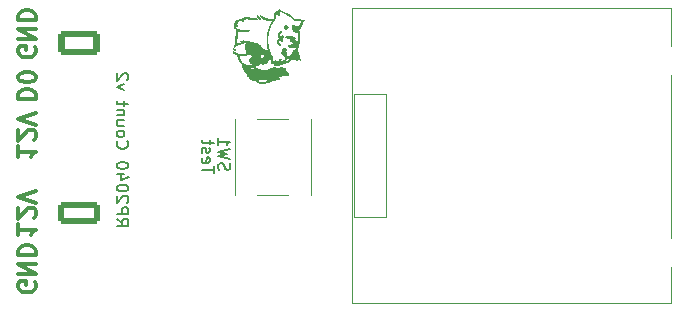
<source format=gbr>
%TF.GenerationSoftware,KiCad,Pcbnew,8.0.0*%
%TF.CreationDate,2024-03-02T12:01:17-05:00*%
%TF.ProjectId,RP2040_Count2,52503230-3430-45f4-936f-756e74322e6b,v2*%
%TF.SameCoordinates,Original*%
%TF.FileFunction,Legend,Bot*%
%TF.FilePolarity,Positive*%
%FSLAX46Y46*%
G04 Gerber Fmt 4.6, Leading zero omitted, Abs format (unit mm)*
G04 Created by KiCad (PCBNEW 8.0.0) date 2024-03-02 12:01:17*
%MOMM*%
%LPD*%
G01*
G04 APERTURE LIST*
G04 Aperture macros list*
%AMRoundRect*
0 Rectangle with rounded corners*
0 $1 Rounding radius*
0 $2 $3 $4 $5 $6 $7 $8 $9 X,Y pos of 4 corners*
0 Add a 4 corners polygon primitive as box body*
4,1,4,$2,$3,$4,$5,$6,$7,$8,$9,$2,$3,0*
0 Add four circle primitives for the rounded corners*
1,1,$1+$1,$2,$3*
1,1,$1+$1,$4,$5*
1,1,$1+$1,$6,$7*
1,1,$1+$1,$8,$9*
0 Add four rect primitives between the rounded corners*
20,1,$1+$1,$2,$3,$4,$5,0*
20,1,$1+$1,$4,$5,$6,$7,0*
20,1,$1+$1,$6,$7,$8,$9,0*
20,1,$1+$1,$8,$9,$2,$3,0*%
G04 Aperture macros list end*
%ADD10C,0.300000*%
%ADD11C,0.150000*%
%ADD12C,0.120000*%
%ADD13C,0.000000*%
%ADD14R,2.500000X1.700000*%
%ADD15O,2.500000X1.700000*%
%ADD16RoundRect,0.250000X-1.550000X0.650000X-1.550000X-0.650000X1.550000X-0.650000X1.550000X0.650000X0*%
%ADD17O,3.600000X1.800000*%
%ADD18O,1.500000X2.500000*%
%ADD19O,2.500000X1.500000*%
%ADD20RoundRect,0.291667X-1.508333X0.758333X-1.508333X-0.758333X1.508333X-0.758333X1.508333X0.758333X0*%
%ADD21O,3.600000X2.100000*%
%ADD22R,1.300000X1.550000*%
G04 APERTURE END LIST*
D10*
X101627742Y-97959774D02*
X101699171Y-98102632D01*
X101699171Y-98102632D02*
X101699171Y-98316917D01*
X101699171Y-98316917D02*
X101627742Y-98531203D01*
X101627742Y-98531203D02*
X101484885Y-98674060D01*
X101484885Y-98674060D02*
X101342028Y-98745489D01*
X101342028Y-98745489D02*
X101056314Y-98816917D01*
X101056314Y-98816917D02*
X100842028Y-98816917D01*
X100842028Y-98816917D02*
X100556314Y-98745489D01*
X100556314Y-98745489D02*
X100413457Y-98674060D01*
X100413457Y-98674060D02*
X100270600Y-98531203D01*
X100270600Y-98531203D02*
X100199171Y-98316917D01*
X100199171Y-98316917D02*
X100199171Y-98174060D01*
X100199171Y-98174060D02*
X100270600Y-97959774D01*
X100270600Y-97959774D02*
X100342028Y-97888346D01*
X100342028Y-97888346D02*
X100842028Y-97888346D01*
X100842028Y-97888346D02*
X100842028Y-98174060D01*
X100199171Y-97245489D02*
X101699171Y-97245489D01*
X101699171Y-97245489D02*
X100199171Y-96388346D01*
X100199171Y-96388346D02*
X101699171Y-96388346D01*
X100199171Y-95674060D02*
X101699171Y-95674060D01*
X101699171Y-95674060D02*
X101699171Y-95316917D01*
X101699171Y-95316917D02*
X101627742Y-95102631D01*
X101627742Y-95102631D02*
X101484885Y-94959774D01*
X101484885Y-94959774D02*
X101342028Y-94888345D01*
X101342028Y-94888345D02*
X101056314Y-94816917D01*
X101056314Y-94816917D02*
X100842028Y-94816917D01*
X100842028Y-94816917D02*
X100556314Y-94888345D01*
X100556314Y-94888345D02*
X100413457Y-94959774D01*
X100413457Y-94959774D02*
X100270600Y-95102631D01*
X100270600Y-95102631D02*
X100199171Y-95316917D01*
X100199171Y-95316917D02*
X100199171Y-95674060D01*
X100199171Y-93059774D02*
X100199171Y-93916917D01*
X100199171Y-93488346D02*
X101699171Y-93488346D01*
X101699171Y-93488346D02*
X101484885Y-93631203D01*
X101484885Y-93631203D02*
X101342028Y-93774060D01*
X101342028Y-93774060D02*
X101270600Y-93916917D01*
X101556314Y-92488346D02*
X101627742Y-92416918D01*
X101627742Y-92416918D02*
X101699171Y-92274061D01*
X101699171Y-92274061D02*
X101699171Y-91916918D01*
X101699171Y-91916918D02*
X101627742Y-91774061D01*
X101627742Y-91774061D02*
X101556314Y-91702632D01*
X101556314Y-91702632D02*
X101413457Y-91631203D01*
X101413457Y-91631203D02*
X101270600Y-91631203D01*
X101270600Y-91631203D02*
X101056314Y-91702632D01*
X101056314Y-91702632D02*
X100199171Y-92559775D01*
X100199171Y-92559775D02*
X100199171Y-91631203D01*
X101699171Y-91202632D02*
X100199171Y-90702632D01*
X100199171Y-90702632D02*
X101699171Y-90202632D01*
X100199171Y-82445489D02*
X101699171Y-82445489D01*
X101699171Y-82445489D02*
X101699171Y-82088346D01*
X101699171Y-82088346D02*
X101627742Y-81874060D01*
X101627742Y-81874060D02*
X101484885Y-81731203D01*
X101484885Y-81731203D02*
X101342028Y-81659774D01*
X101342028Y-81659774D02*
X101056314Y-81588346D01*
X101056314Y-81588346D02*
X100842028Y-81588346D01*
X100842028Y-81588346D02*
X100556314Y-81659774D01*
X100556314Y-81659774D02*
X100413457Y-81731203D01*
X100413457Y-81731203D02*
X100270600Y-81874060D01*
X100270600Y-81874060D02*
X100199171Y-82088346D01*
X100199171Y-82088346D02*
X100199171Y-82445489D01*
X101699171Y-80659774D02*
X101699171Y-80516917D01*
X101699171Y-80516917D02*
X101627742Y-80374060D01*
X101627742Y-80374060D02*
X101556314Y-80302632D01*
X101556314Y-80302632D02*
X101413457Y-80231203D01*
X101413457Y-80231203D02*
X101127742Y-80159774D01*
X101127742Y-80159774D02*
X100770600Y-80159774D01*
X100770600Y-80159774D02*
X100484885Y-80231203D01*
X100484885Y-80231203D02*
X100342028Y-80302632D01*
X100342028Y-80302632D02*
X100270600Y-80374060D01*
X100270600Y-80374060D02*
X100199171Y-80516917D01*
X100199171Y-80516917D02*
X100199171Y-80659774D01*
X100199171Y-80659774D02*
X100270600Y-80802632D01*
X100270600Y-80802632D02*
X100342028Y-80874060D01*
X100342028Y-80874060D02*
X100484885Y-80945489D01*
X100484885Y-80945489D02*
X100770600Y-81016917D01*
X100770600Y-81016917D02*
X101127742Y-81016917D01*
X101127742Y-81016917D02*
X101413457Y-80945489D01*
X101413457Y-80945489D02*
X101556314Y-80874060D01*
X101556314Y-80874060D02*
X101627742Y-80802632D01*
X101627742Y-80802632D02*
X101699171Y-80659774D01*
X100199171Y-86459774D02*
X100199171Y-87316917D01*
X100199171Y-86888346D02*
X101699171Y-86888346D01*
X101699171Y-86888346D02*
X101484885Y-87031203D01*
X101484885Y-87031203D02*
X101342028Y-87174060D01*
X101342028Y-87174060D02*
X101270600Y-87316917D01*
X101556314Y-85888346D02*
X101627742Y-85816918D01*
X101627742Y-85816918D02*
X101699171Y-85674061D01*
X101699171Y-85674061D02*
X101699171Y-85316918D01*
X101699171Y-85316918D02*
X101627742Y-85174061D01*
X101627742Y-85174061D02*
X101556314Y-85102632D01*
X101556314Y-85102632D02*
X101413457Y-85031203D01*
X101413457Y-85031203D02*
X101270600Y-85031203D01*
X101270600Y-85031203D02*
X101056314Y-85102632D01*
X101056314Y-85102632D02*
X100199171Y-85959775D01*
X100199171Y-85959775D02*
X100199171Y-85031203D01*
X101699171Y-84602632D02*
X100199171Y-84102632D01*
X100199171Y-84102632D02*
X101699171Y-83602632D01*
X101627742Y-78059774D02*
X101699171Y-78202632D01*
X101699171Y-78202632D02*
X101699171Y-78416917D01*
X101699171Y-78416917D02*
X101627742Y-78631203D01*
X101627742Y-78631203D02*
X101484885Y-78774060D01*
X101484885Y-78774060D02*
X101342028Y-78845489D01*
X101342028Y-78845489D02*
X101056314Y-78916917D01*
X101056314Y-78916917D02*
X100842028Y-78916917D01*
X100842028Y-78916917D02*
X100556314Y-78845489D01*
X100556314Y-78845489D02*
X100413457Y-78774060D01*
X100413457Y-78774060D02*
X100270600Y-78631203D01*
X100270600Y-78631203D02*
X100199171Y-78416917D01*
X100199171Y-78416917D02*
X100199171Y-78274060D01*
X100199171Y-78274060D02*
X100270600Y-78059774D01*
X100270600Y-78059774D02*
X100342028Y-77988346D01*
X100342028Y-77988346D02*
X100842028Y-77988346D01*
X100842028Y-77988346D02*
X100842028Y-78274060D01*
X100199171Y-77345489D02*
X101699171Y-77345489D01*
X101699171Y-77345489D02*
X100199171Y-76488346D01*
X100199171Y-76488346D02*
X101699171Y-76488346D01*
X100199171Y-75774060D02*
X101699171Y-75774060D01*
X101699171Y-75774060D02*
X101699171Y-75416917D01*
X101699171Y-75416917D02*
X101627742Y-75202631D01*
X101627742Y-75202631D02*
X101484885Y-75059774D01*
X101484885Y-75059774D02*
X101342028Y-74988345D01*
X101342028Y-74988345D02*
X101056314Y-74916917D01*
X101056314Y-74916917D02*
X100842028Y-74916917D01*
X100842028Y-74916917D02*
X100556314Y-74988345D01*
X100556314Y-74988345D02*
X100413457Y-75059774D01*
X100413457Y-75059774D02*
X100270600Y-75202631D01*
X100270600Y-75202631D02*
X100199171Y-75416917D01*
X100199171Y-75416917D02*
X100199171Y-75774060D01*
D11*
X108530180Y-92591792D02*
X109006371Y-92925125D01*
X108530180Y-93163220D02*
X109530180Y-93163220D01*
X109530180Y-93163220D02*
X109530180Y-92782268D01*
X109530180Y-92782268D02*
X109482561Y-92687030D01*
X109482561Y-92687030D02*
X109434942Y-92639411D01*
X109434942Y-92639411D02*
X109339704Y-92591792D01*
X109339704Y-92591792D02*
X109196847Y-92591792D01*
X109196847Y-92591792D02*
X109101609Y-92639411D01*
X109101609Y-92639411D02*
X109053990Y-92687030D01*
X109053990Y-92687030D02*
X109006371Y-92782268D01*
X109006371Y-92782268D02*
X109006371Y-93163220D01*
X108530180Y-92163220D02*
X109530180Y-92163220D01*
X109530180Y-92163220D02*
X109530180Y-91782268D01*
X109530180Y-91782268D02*
X109482561Y-91687030D01*
X109482561Y-91687030D02*
X109434942Y-91639411D01*
X109434942Y-91639411D02*
X109339704Y-91591792D01*
X109339704Y-91591792D02*
X109196847Y-91591792D01*
X109196847Y-91591792D02*
X109101609Y-91639411D01*
X109101609Y-91639411D02*
X109053990Y-91687030D01*
X109053990Y-91687030D02*
X109006371Y-91782268D01*
X109006371Y-91782268D02*
X109006371Y-92163220D01*
X109434942Y-91210839D02*
X109482561Y-91163220D01*
X109482561Y-91163220D02*
X109530180Y-91067982D01*
X109530180Y-91067982D02*
X109530180Y-90829887D01*
X109530180Y-90829887D02*
X109482561Y-90734649D01*
X109482561Y-90734649D02*
X109434942Y-90687030D01*
X109434942Y-90687030D02*
X109339704Y-90639411D01*
X109339704Y-90639411D02*
X109244466Y-90639411D01*
X109244466Y-90639411D02*
X109101609Y-90687030D01*
X109101609Y-90687030D02*
X108530180Y-91258458D01*
X108530180Y-91258458D02*
X108530180Y-90639411D01*
X109530180Y-90020363D02*
X109530180Y-89925125D01*
X109530180Y-89925125D02*
X109482561Y-89829887D01*
X109482561Y-89829887D02*
X109434942Y-89782268D01*
X109434942Y-89782268D02*
X109339704Y-89734649D01*
X109339704Y-89734649D02*
X109149228Y-89687030D01*
X109149228Y-89687030D02*
X108911133Y-89687030D01*
X108911133Y-89687030D02*
X108720657Y-89734649D01*
X108720657Y-89734649D02*
X108625419Y-89782268D01*
X108625419Y-89782268D02*
X108577800Y-89829887D01*
X108577800Y-89829887D02*
X108530180Y-89925125D01*
X108530180Y-89925125D02*
X108530180Y-90020363D01*
X108530180Y-90020363D02*
X108577800Y-90115601D01*
X108577800Y-90115601D02*
X108625419Y-90163220D01*
X108625419Y-90163220D02*
X108720657Y-90210839D01*
X108720657Y-90210839D02*
X108911133Y-90258458D01*
X108911133Y-90258458D02*
X109149228Y-90258458D01*
X109149228Y-90258458D02*
X109339704Y-90210839D01*
X109339704Y-90210839D02*
X109434942Y-90163220D01*
X109434942Y-90163220D02*
X109482561Y-90115601D01*
X109482561Y-90115601D02*
X109530180Y-90020363D01*
X109196847Y-88829887D02*
X108530180Y-88829887D01*
X109577800Y-89067982D02*
X108863514Y-89306077D01*
X108863514Y-89306077D02*
X108863514Y-88687030D01*
X109530180Y-88115601D02*
X109530180Y-88020363D01*
X109530180Y-88020363D02*
X109482561Y-87925125D01*
X109482561Y-87925125D02*
X109434942Y-87877506D01*
X109434942Y-87877506D02*
X109339704Y-87829887D01*
X109339704Y-87829887D02*
X109149228Y-87782268D01*
X109149228Y-87782268D02*
X108911133Y-87782268D01*
X108911133Y-87782268D02*
X108720657Y-87829887D01*
X108720657Y-87829887D02*
X108625419Y-87877506D01*
X108625419Y-87877506D02*
X108577800Y-87925125D01*
X108577800Y-87925125D02*
X108530180Y-88020363D01*
X108530180Y-88020363D02*
X108530180Y-88115601D01*
X108530180Y-88115601D02*
X108577800Y-88210839D01*
X108577800Y-88210839D02*
X108625419Y-88258458D01*
X108625419Y-88258458D02*
X108720657Y-88306077D01*
X108720657Y-88306077D02*
X108911133Y-88353696D01*
X108911133Y-88353696D02*
X109149228Y-88353696D01*
X109149228Y-88353696D02*
X109339704Y-88306077D01*
X109339704Y-88306077D02*
X109434942Y-88258458D01*
X109434942Y-88258458D02*
X109482561Y-88210839D01*
X109482561Y-88210839D02*
X109530180Y-88115601D01*
X108625419Y-86020363D02*
X108577800Y-86067982D01*
X108577800Y-86067982D02*
X108530180Y-86210839D01*
X108530180Y-86210839D02*
X108530180Y-86306077D01*
X108530180Y-86306077D02*
X108577800Y-86448934D01*
X108577800Y-86448934D02*
X108673038Y-86544172D01*
X108673038Y-86544172D02*
X108768276Y-86591791D01*
X108768276Y-86591791D02*
X108958752Y-86639410D01*
X108958752Y-86639410D02*
X109101609Y-86639410D01*
X109101609Y-86639410D02*
X109292085Y-86591791D01*
X109292085Y-86591791D02*
X109387323Y-86544172D01*
X109387323Y-86544172D02*
X109482561Y-86448934D01*
X109482561Y-86448934D02*
X109530180Y-86306077D01*
X109530180Y-86306077D02*
X109530180Y-86210839D01*
X109530180Y-86210839D02*
X109482561Y-86067982D01*
X109482561Y-86067982D02*
X109434942Y-86020363D01*
X108530180Y-85448934D02*
X108577800Y-85544172D01*
X108577800Y-85544172D02*
X108625419Y-85591791D01*
X108625419Y-85591791D02*
X108720657Y-85639410D01*
X108720657Y-85639410D02*
X109006371Y-85639410D01*
X109006371Y-85639410D02*
X109101609Y-85591791D01*
X109101609Y-85591791D02*
X109149228Y-85544172D01*
X109149228Y-85544172D02*
X109196847Y-85448934D01*
X109196847Y-85448934D02*
X109196847Y-85306077D01*
X109196847Y-85306077D02*
X109149228Y-85210839D01*
X109149228Y-85210839D02*
X109101609Y-85163220D01*
X109101609Y-85163220D02*
X109006371Y-85115601D01*
X109006371Y-85115601D02*
X108720657Y-85115601D01*
X108720657Y-85115601D02*
X108625419Y-85163220D01*
X108625419Y-85163220D02*
X108577800Y-85210839D01*
X108577800Y-85210839D02*
X108530180Y-85306077D01*
X108530180Y-85306077D02*
X108530180Y-85448934D01*
X109196847Y-84258458D02*
X108530180Y-84258458D01*
X109196847Y-84687029D02*
X108673038Y-84687029D01*
X108673038Y-84687029D02*
X108577800Y-84639410D01*
X108577800Y-84639410D02*
X108530180Y-84544172D01*
X108530180Y-84544172D02*
X108530180Y-84401315D01*
X108530180Y-84401315D02*
X108577800Y-84306077D01*
X108577800Y-84306077D02*
X108625419Y-84258458D01*
X109196847Y-83782267D02*
X108530180Y-83782267D01*
X109101609Y-83782267D02*
X109149228Y-83734648D01*
X109149228Y-83734648D02*
X109196847Y-83639410D01*
X109196847Y-83639410D02*
X109196847Y-83496553D01*
X109196847Y-83496553D02*
X109149228Y-83401315D01*
X109149228Y-83401315D02*
X109053990Y-83353696D01*
X109053990Y-83353696D02*
X108530180Y-83353696D01*
X109196847Y-83020362D02*
X109196847Y-82639410D01*
X109530180Y-82877505D02*
X108673038Y-82877505D01*
X108673038Y-82877505D02*
X108577800Y-82829886D01*
X108577800Y-82829886D02*
X108530180Y-82734648D01*
X108530180Y-82734648D02*
X108530180Y-82639410D01*
X109196847Y-81639409D02*
X108530180Y-81401314D01*
X108530180Y-81401314D02*
X109196847Y-81163219D01*
X109434942Y-80829885D02*
X109482561Y-80782266D01*
X109482561Y-80782266D02*
X109530180Y-80687028D01*
X109530180Y-80687028D02*
X109530180Y-80448933D01*
X109530180Y-80448933D02*
X109482561Y-80353695D01*
X109482561Y-80353695D02*
X109434942Y-80306076D01*
X109434942Y-80306076D02*
X109339704Y-80258457D01*
X109339704Y-80258457D02*
X109244466Y-80258457D01*
X109244466Y-80258457D02*
X109101609Y-80306076D01*
X109101609Y-80306076D02*
X108530180Y-80877504D01*
X108530180Y-80877504D02*
X108530180Y-80258457D01*
X117192800Y-88433332D02*
X117145180Y-88290475D01*
X117145180Y-88290475D02*
X117145180Y-88052380D01*
X117145180Y-88052380D02*
X117192800Y-87957142D01*
X117192800Y-87957142D02*
X117240419Y-87909523D01*
X117240419Y-87909523D02*
X117335657Y-87861904D01*
X117335657Y-87861904D02*
X117430895Y-87861904D01*
X117430895Y-87861904D02*
X117526133Y-87909523D01*
X117526133Y-87909523D02*
X117573752Y-87957142D01*
X117573752Y-87957142D02*
X117621371Y-88052380D01*
X117621371Y-88052380D02*
X117668990Y-88242856D01*
X117668990Y-88242856D02*
X117716609Y-88338094D01*
X117716609Y-88338094D02*
X117764228Y-88385713D01*
X117764228Y-88385713D02*
X117859466Y-88433332D01*
X117859466Y-88433332D02*
X117954704Y-88433332D01*
X117954704Y-88433332D02*
X118049942Y-88385713D01*
X118049942Y-88385713D02*
X118097561Y-88338094D01*
X118097561Y-88338094D02*
X118145180Y-88242856D01*
X118145180Y-88242856D02*
X118145180Y-88004761D01*
X118145180Y-88004761D02*
X118097561Y-87861904D01*
X118145180Y-87528570D02*
X117145180Y-87290475D01*
X117145180Y-87290475D02*
X117859466Y-87099999D01*
X117859466Y-87099999D02*
X117145180Y-86909523D01*
X117145180Y-86909523D02*
X118145180Y-86671428D01*
X117145180Y-85766666D02*
X117145180Y-86338094D01*
X117145180Y-86052380D02*
X118145180Y-86052380D01*
X118145180Y-86052380D02*
X118002323Y-86147618D01*
X118002323Y-86147618D02*
X117907085Y-86242856D01*
X117907085Y-86242856D02*
X117859466Y-86338094D01*
X116745180Y-88704761D02*
X116745180Y-88133333D01*
X115745180Y-88419047D02*
X116745180Y-88419047D01*
X115792800Y-87419047D02*
X115745180Y-87514285D01*
X115745180Y-87514285D02*
X115745180Y-87704761D01*
X115745180Y-87704761D02*
X115792800Y-87799999D01*
X115792800Y-87799999D02*
X115888038Y-87847618D01*
X115888038Y-87847618D02*
X116268990Y-87847618D01*
X116268990Y-87847618D02*
X116364228Y-87799999D01*
X116364228Y-87799999D02*
X116411847Y-87704761D01*
X116411847Y-87704761D02*
X116411847Y-87514285D01*
X116411847Y-87514285D02*
X116364228Y-87419047D01*
X116364228Y-87419047D02*
X116268990Y-87371428D01*
X116268990Y-87371428D02*
X116173752Y-87371428D01*
X116173752Y-87371428D02*
X116078514Y-87847618D01*
X115792800Y-86990475D02*
X115745180Y-86895237D01*
X115745180Y-86895237D02*
X115745180Y-86704761D01*
X115745180Y-86704761D02*
X115792800Y-86609523D01*
X115792800Y-86609523D02*
X115888038Y-86561904D01*
X115888038Y-86561904D02*
X115935657Y-86561904D01*
X115935657Y-86561904D02*
X116030895Y-86609523D01*
X116030895Y-86609523D02*
X116078514Y-86704761D01*
X116078514Y-86704761D02*
X116078514Y-86847618D01*
X116078514Y-86847618D02*
X116126133Y-86942856D01*
X116126133Y-86942856D02*
X116221371Y-86990475D01*
X116221371Y-86990475D02*
X116268990Y-86990475D01*
X116268990Y-86990475D02*
X116364228Y-86942856D01*
X116364228Y-86942856D02*
X116411847Y-86847618D01*
X116411847Y-86847618D02*
X116411847Y-86704761D01*
X116411847Y-86704761D02*
X116364228Y-86609523D01*
X116411847Y-86276189D02*
X116411847Y-85895237D01*
X116745180Y-86133332D02*
X115888038Y-86133332D01*
X115888038Y-86133332D02*
X115792800Y-86085713D01*
X115792800Y-86085713D02*
X115745180Y-85990475D01*
X115745180Y-85990475D02*
X115745180Y-85895237D01*
D12*
%TO.C,J3*%
X155500000Y-74700000D02*
X128500000Y-74700000D01*
X155500000Y-99700000D02*
X155500000Y-74700000D01*
X128640000Y-82010000D02*
X131360000Y-82010000D01*
X131360000Y-92390000D02*
X131360000Y-82010000D01*
X128640000Y-82010000D02*
X128640000Y-92390000D01*
X128640000Y-92390000D02*
X131360000Y-92390000D01*
X128500000Y-74700000D02*
X128500000Y-99700000D01*
X128500000Y-99700000D02*
X155500000Y-99700000D01*
D13*
%TO.C,G\u002A\u002A\u002A*%
G36*
X118448015Y-78102082D02*
G01*
X118469812Y-78111087D01*
X118489992Y-78125223D01*
X118504884Y-78142312D01*
X118511774Y-78152140D01*
X118533417Y-78174966D01*
X118561253Y-78196659D01*
X118592756Y-78215128D01*
X118611815Y-78225554D01*
X118630356Y-78239608D01*
X118642467Y-78255542D01*
X118650114Y-78275422D01*
X118652325Y-78287067D01*
X118650819Y-78312796D01*
X118641317Y-78336144D01*
X118625211Y-78355681D01*
X118603891Y-78369977D01*
X118578750Y-78377603D01*
X118551176Y-78377128D01*
X118531821Y-78372197D01*
X118500128Y-78358915D01*
X118467546Y-78339989D01*
X118435812Y-78316864D01*
X118406662Y-78290988D01*
X118381832Y-78263805D01*
X118363059Y-78236762D01*
X118352079Y-78211306D01*
X118350976Y-78207173D01*
X118346956Y-78189959D01*
X118346091Y-78177689D01*
X118348537Y-78166494D01*
X118354451Y-78152500D01*
X118361615Y-78139252D01*
X118380614Y-78117566D01*
X118404713Y-78104422D01*
X118433637Y-78100000D01*
X118448015Y-78102082D01*
G37*
G36*
X122916391Y-76177678D02*
G01*
X122935011Y-76178636D01*
X122949107Y-76180887D01*
X122961650Y-76184940D01*
X122975606Y-76191303D01*
X122989789Y-76198891D01*
X123025595Y-76225187D01*
X123053740Y-76257852D01*
X123074023Y-76296615D01*
X123086242Y-76341203D01*
X123088010Y-76354237D01*
X123087705Y-76388783D01*
X123079586Y-76423799D01*
X123063222Y-76461538D01*
X123058889Y-76469371D01*
X123034913Y-76500802D01*
X123004545Y-76526093D01*
X122969378Y-76544728D01*
X122931007Y-76556194D01*
X122891026Y-76559974D01*
X122851028Y-76555556D01*
X122812610Y-76542424D01*
X122801629Y-76536687D01*
X122768778Y-76512987D01*
X122740614Y-76482739D01*
X122718907Y-76448111D01*
X122705429Y-76411271D01*
X122702618Y-76396784D01*
X122700964Y-76355022D01*
X122708361Y-76314371D01*
X122724124Y-76276213D01*
X122747570Y-76241929D01*
X122778014Y-76212899D01*
X122814772Y-76190506D01*
X122824516Y-76186168D01*
X122837640Y-76181647D01*
X122851765Y-76179020D01*
X122869886Y-76177799D01*
X122895000Y-76177500D01*
X122916391Y-76177678D01*
G37*
G36*
X120505318Y-75351773D02*
G01*
X120525671Y-75357524D01*
X120544251Y-75369142D01*
X120562641Y-75387853D01*
X120582424Y-75414885D01*
X120586254Y-75420354D01*
X120602548Y-75440609D01*
X120625454Y-75466019D01*
X120654144Y-75495686D01*
X120687784Y-75528713D01*
X120695576Y-75536232D01*
X120720156Y-75560493D01*
X120741382Y-75582272D01*
X120758253Y-75600497D01*
X120769768Y-75614096D01*
X120774925Y-75621997D01*
X120779883Y-75643931D01*
X120778318Y-75673242D01*
X120767649Y-75700398D01*
X120748352Y-75723582D01*
X120742424Y-75728335D01*
X120717324Y-75740916D01*
X120689499Y-75744868D01*
X120660882Y-75740139D01*
X120633403Y-75726677D01*
X120626686Y-75721618D01*
X120610850Y-75707959D01*
X120590650Y-75689158D01*
X120567528Y-75666672D01*
X120542928Y-75641960D01*
X120518291Y-75616479D01*
X120495060Y-75591687D01*
X120474678Y-75569041D01*
X120458587Y-75550000D01*
X120453002Y-75542882D01*
X120438203Y-75522540D01*
X120425365Y-75502941D01*
X120416773Y-75487500D01*
X120415407Y-75484478D01*
X120406684Y-75454598D01*
X120406265Y-75426101D01*
X120413332Y-75400323D01*
X120427067Y-75378601D01*
X120446655Y-75362272D01*
X120471278Y-75352673D01*
X120500117Y-75351142D01*
X120505318Y-75351773D01*
G37*
G36*
X119577153Y-75526353D02*
G01*
X119637418Y-75527847D01*
X119701788Y-75530053D01*
X119769202Y-75532925D01*
X119838594Y-75536415D01*
X119908901Y-75540474D01*
X119979060Y-75545057D01*
X120048007Y-75550116D01*
X120114679Y-75555602D01*
X120178012Y-75561470D01*
X120236942Y-75567670D01*
X120246642Y-75568751D01*
X120280599Y-75572348D01*
X120312601Y-75575473D01*
X120340655Y-75577945D01*
X120362766Y-75579587D01*
X120376942Y-75580220D01*
X120378933Y-75580241D01*
X120412828Y-75583526D01*
X120439441Y-75592684D01*
X120459950Y-75608324D01*
X120475533Y-75631051D01*
X120483104Y-75652853D01*
X120483900Y-75679825D01*
X120476094Y-75705615D01*
X120460311Y-75728344D01*
X120437180Y-75746134D01*
X120427809Y-75750997D01*
X120413210Y-75756489D01*
X120396944Y-75759146D01*
X120374869Y-75759884D01*
X120351676Y-75759338D01*
X120323232Y-75757649D01*
X120297369Y-75755199D01*
X120273166Y-75752440D01*
X120246992Y-75749708D01*
X120225000Y-75747651D01*
X120216099Y-75746883D01*
X120193064Y-75744822D01*
X120166316Y-75742362D01*
X120140000Y-75739881D01*
X120131548Y-75739088D01*
X120104275Y-75736685D01*
X120070084Y-75733867D01*
X120028464Y-75730594D01*
X119978906Y-75726827D01*
X119920900Y-75722528D01*
X119853934Y-75717657D01*
X119777500Y-75712176D01*
X119744647Y-75710118D01*
X119697957Y-75707989D01*
X119649029Y-75706536D01*
X119599220Y-75705741D01*
X119549889Y-75705590D01*
X119502394Y-75706066D01*
X119458094Y-75707154D01*
X119418346Y-75708838D01*
X119384509Y-75711101D01*
X119357941Y-75713927D01*
X119340000Y-75717302D01*
X119323425Y-75722028D01*
X119311094Y-75725812D01*
X119305746Y-75727817D01*
X119305784Y-75728934D01*
X119309588Y-75735898D01*
X119317234Y-75746707D01*
X119321104Y-75752173D01*
X119332513Y-75777889D01*
X119334569Y-75804673D01*
X119327370Y-75830794D01*
X119311017Y-75854515D01*
X119310438Y-75855122D01*
X119296348Y-75867997D01*
X119281807Y-75876656D01*
X119264984Y-75881388D01*
X119244047Y-75882484D01*
X119217163Y-75880237D01*
X119182500Y-75874936D01*
X119169093Y-75872763D01*
X119128216Y-75867474D01*
X119085407Y-75863630D01*
X119043015Y-75861330D01*
X119003388Y-75860674D01*
X118968874Y-75861763D01*
X118941821Y-75864696D01*
X118925087Y-75868173D01*
X118903098Y-75873752D01*
X118879389Y-75880508D01*
X118856244Y-75887726D01*
X118835950Y-75894689D01*
X118820792Y-75900683D01*
X118813056Y-75904992D01*
X118813034Y-75909229D01*
X118818556Y-75919279D01*
X118829186Y-75932762D01*
X118833970Y-75938518D01*
X118849212Y-75964659D01*
X118854936Y-75991411D01*
X118851068Y-76017812D01*
X118837536Y-76042898D01*
X118835824Y-76045086D01*
X118814554Y-76064660D01*
X118789785Y-76074977D01*
X118761819Y-76076023D01*
X118730957Y-76067780D01*
X118697500Y-76050234D01*
X118681247Y-76040924D01*
X118658225Y-76030087D01*
X118637500Y-76022577D01*
X118635329Y-76021955D01*
X118609395Y-76011851D01*
X118590078Y-75997753D01*
X118574354Y-75977500D01*
X118569686Y-75967045D01*
X118565588Y-75945872D01*
X118565633Y-75922791D01*
X118570076Y-75902301D01*
X118575235Y-75893217D01*
X118585747Y-75879383D01*
X118598826Y-75864876D01*
X118613932Y-75849102D01*
X118632142Y-75829446D01*
X118648920Y-75810774D01*
X118666205Y-75792748D01*
X118695502Y-75768470D01*
X118729611Y-75747359D01*
X118769824Y-75728759D01*
X118817435Y-75712010D01*
X118873738Y-75696455D01*
X118880374Y-75694824D01*
X118900169Y-75690325D01*
X118918110Y-75687121D01*
X118936567Y-75684990D01*
X118957912Y-75683708D01*
X118984514Y-75683052D01*
X119018744Y-75682798D01*
X119109988Y-75682500D01*
X119109994Y-75668502D01*
X119110401Y-75662070D01*
X119118008Y-75639920D01*
X119134689Y-75618653D01*
X119159731Y-75598627D01*
X119192418Y-75580202D01*
X119232039Y-75563739D01*
X119277878Y-75549596D01*
X119329223Y-75538134D01*
X119385359Y-75529712D01*
X119398425Y-75528451D01*
X119431630Y-75526621D01*
X119473195Y-75525692D01*
X119522058Y-75525619D01*
X119577153Y-75526353D01*
G37*
G36*
X122494460Y-76669274D02*
G01*
X122520313Y-76681169D01*
X122540523Y-76699448D01*
X122554267Y-76722699D01*
X122560722Y-76749510D01*
X122559062Y-76778471D01*
X122548466Y-76808170D01*
X122546568Y-76811063D01*
X122536813Y-76821811D01*
X122521075Y-76836539D01*
X122500851Y-76853886D01*
X122477640Y-76872491D01*
X122456112Y-76889461D01*
X122428396Y-76912709D01*
X122407255Y-76932951D01*
X122391541Y-76951619D01*
X122380108Y-76970145D01*
X122371807Y-76989961D01*
X122365493Y-77012500D01*
X122364181Y-77019396D01*
X122362684Y-77046350D01*
X122365113Y-77076532D01*
X122370943Y-77105627D01*
X122379653Y-77129318D01*
X122385568Y-77139116D01*
X122403177Y-77159984D01*
X122425570Y-77179529D01*
X122449576Y-77194784D01*
X122455352Y-77197674D01*
X122466598Y-77202921D01*
X122472301Y-77205000D01*
X122472788Y-77204308D01*
X122473919Y-77196513D01*
X122474706Y-77181892D01*
X122475000Y-77162747D01*
X122475211Y-77146147D01*
X122477548Y-77113005D01*
X122482855Y-77086950D01*
X122491610Y-77066120D01*
X122504290Y-77048654D01*
X122511204Y-77041616D01*
X122525760Y-77029482D01*
X122538590Y-77021736D01*
X122553700Y-77017013D01*
X122582069Y-77015111D01*
X122610459Y-77020736D01*
X122636568Y-77032995D01*
X122658095Y-77050993D01*
X122672736Y-77073836D01*
X122675179Y-77080544D01*
X122677950Y-77092759D01*
X122679301Y-77108005D01*
X122679209Y-77127652D01*
X122677649Y-77153069D01*
X122674597Y-77185627D01*
X122670029Y-77226695D01*
X122667295Y-77252146D01*
X122663684Y-77290897D01*
X122660219Y-77333225D01*
X122657192Y-77375525D01*
X122654893Y-77414195D01*
X122654622Y-77419361D01*
X122652699Y-77451870D01*
X122650564Y-77482075D01*
X122648378Y-77508054D01*
X122646299Y-77527885D01*
X122644486Y-77539647D01*
X122643455Y-77543855D01*
X122633081Y-77569383D01*
X122616205Y-77588696D01*
X122591216Y-77603732D01*
X122571135Y-77610795D01*
X122540248Y-77613872D01*
X122510774Y-77607885D01*
X122484322Y-77593250D01*
X122462500Y-77570384D01*
X122458971Y-77565233D01*
X122451709Y-77551804D01*
X122448330Y-77537714D01*
X122447500Y-77518330D01*
X122447746Y-77506073D01*
X122449238Y-77480498D01*
X122451633Y-77457185D01*
X122451691Y-77456761D01*
X122453671Y-77440076D01*
X122453494Y-77430498D01*
X122450609Y-77425319D01*
X122444467Y-77421828D01*
X122441915Y-77421020D01*
X122428042Y-77421769D01*
X122409350Y-77427982D01*
X122388007Y-77438787D01*
X122366178Y-77453314D01*
X122354381Y-77464394D01*
X122337957Y-77488634D01*
X122325249Y-77518968D01*
X122317110Y-77553166D01*
X122314392Y-77588996D01*
X122314677Y-77598185D01*
X122317467Y-77619649D01*
X122323864Y-77640491D01*
X122334658Y-77662141D01*
X122350642Y-77686034D01*
X122372608Y-77713600D01*
X122401347Y-77746273D01*
X122419869Y-77766881D01*
X122436825Y-77786476D01*
X122448703Y-77801483D01*
X122456529Y-77813325D01*
X122461332Y-77823426D01*
X122464140Y-77833208D01*
X122465954Y-77844495D01*
X122464844Y-77874159D01*
X122455691Y-77900381D01*
X122439792Y-77922073D01*
X122418445Y-77938147D01*
X122392946Y-77947517D01*
X122364591Y-77949093D01*
X122334679Y-77941788D01*
X122325611Y-77936529D01*
X122309672Y-77923787D01*
X122290115Y-77905650D01*
X122268285Y-77883578D01*
X122245523Y-77859027D01*
X122223174Y-77833457D01*
X122202581Y-77808326D01*
X122185087Y-77785093D01*
X122172036Y-77765215D01*
X122161653Y-77746160D01*
X122139445Y-77692907D01*
X122124908Y-77636702D01*
X122122839Y-77618130D01*
X122122317Y-77589133D01*
X122123856Y-77556399D01*
X122127285Y-77523224D01*
X122132431Y-77492904D01*
X122142612Y-77457328D01*
X122162692Y-77411193D01*
X122189198Y-77367062D01*
X122220481Y-77328022D01*
X122256524Y-77289426D01*
X122245758Y-77275963D01*
X122215380Y-77230360D01*
X122192600Y-77179543D01*
X122177866Y-77125382D01*
X122171241Y-77069262D01*
X122172785Y-77012566D01*
X122182559Y-76956679D01*
X122200625Y-76902988D01*
X122227045Y-76852876D01*
X122236306Y-76839092D01*
X122256191Y-76813624D01*
X122280042Y-76788324D01*
X122309471Y-76761552D01*
X122346088Y-76731669D01*
X122355447Y-76724353D01*
X122383454Y-76703035D01*
X122405726Y-76687326D01*
X122423638Y-76676455D01*
X122438570Y-76669653D01*
X122451898Y-76666148D01*
X122465000Y-76665171D01*
X122494460Y-76669274D01*
G37*
G36*
X122347850Y-74844176D02*
G01*
X122379501Y-74854497D01*
X122414923Y-74873879D01*
X122416293Y-74874755D01*
X122450236Y-74895433D01*
X122492638Y-74919604D01*
X122542776Y-74946894D01*
X122599929Y-74976930D01*
X122663375Y-75009336D01*
X122732391Y-75043740D01*
X122806257Y-75079766D01*
X122884248Y-75117042D01*
X122932771Y-75140104D01*
X122991097Y-75168093D01*
X123046022Y-75194745D01*
X123096734Y-75219653D01*
X123142419Y-75242414D01*
X123182267Y-75262621D01*
X123215464Y-75279869D01*
X123241199Y-75293754D01*
X123258659Y-75303868D01*
X123308007Y-75336461D01*
X123364508Y-75379096D01*
X123421282Y-75427922D01*
X123480166Y-75484439D01*
X123484331Y-75488639D01*
X123509626Y-75514645D01*
X123534384Y-75540880D01*
X123556952Y-75565539D01*
X123575675Y-75586820D01*
X123588897Y-75602918D01*
X123619962Y-75643336D01*
X123773731Y-75649391D01*
X123779837Y-75649633D01*
X123821929Y-75651408D01*
X123863801Y-75653336D01*
X123903500Y-75655318D01*
X123939069Y-75657251D01*
X123968554Y-75659034D01*
X123990000Y-75660568D01*
X123998827Y-75661332D01*
X124067795Y-75670406D01*
X124128992Y-75684300D01*
X124182030Y-75702909D01*
X124226523Y-75726124D01*
X124250546Y-75741393D01*
X124324023Y-75738100D01*
X124327569Y-75737940D01*
X124359277Y-75736435D01*
X124391950Y-75734772D01*
X124421936Y-75733141D01*
X124445582Y-75731735D01*
X124466863Y-75730523D01*
X124482195Y-75730307D01*
X124492014Y-75731504D01*
X124498625Y-75734413D01*
X124504332Y-75739332D01*
X124510330Y-75746320D01*
X124515869Y-75760252D01*
X124512346Y-75774377D01*
X124499515Y-75789295D01*
X124477131Y-75805604D01*
X124472796Y-75808423D01*
X124443007Y-75831885D01*
X124414173Y-75861079D01*
X124387849Y-75893888D01*
X124365594Y-75928193D01*
X124348965Y-75961875D01*
X124339519Y-75992817D01*
X124335543Y-76012408D01*
X124328842Y-76038977D01*
X124320317Y-76065852D01*
X124309525Y-76093903D01*
X124296021Y-76123997D01*
X124279359Y-76157005D01*
X124259096Y-76193795D01*
X124234786Y-76235237D01*
X124205985Y-76282200D01*
X124172248Y-76335552D01*
X124133131Y-76396163D01*
X124010466Y-76584826D01*
X124020089Y-76643663D01*
X124023013Y-76661814D01*
X124037129Y-76760228D01*
X124047689Y-76855981D01*
X124054936Y-76952153D01*
X124059111Y-77051823D01*
X124060455Y-77158073D01*
X124058418Y-77287741D01*
X124051031Y-77427949D01*
X124037969Y-77564119D01*
X124018938Y-77698660D01*
X123993648Y-77833984D01*
X123961806Y-77972500D01*
X123958843Y-77984338D01*
X123952800Y-78008233D01*
X123947461Y-78028680D01*
X123942279Y-78047528D01*
X123936703Y-78066626D01*
X123930187Y-78087824D01*
X123922181Y-78112970D01*
X123912137Y-78143913D01*
X123899507Y-78182504D01*
X123899323Y-78183065D01*
X123890074Y-78211632D01*
X123882027Y-78237140D01*
X123875672Y-78257982D01*
X123871500Y-78272551D01*
X123870001Y-78279239D01*
X123870738Y-78282192D01*
X123874506Y-78293815D01*
X123881155Y-78313173D01*
X123890333Y-78339276D01*
X123901689Y-78371133D01*
X123914870Y-78407753D01*
X123929525Y-78448145D01*
X123945302Y-78491317D01*
X123946970Y-78495869D01*
X123971158Y-78562506D01*
X123991813Y-78620907D01*
X124009181Y-78672029D01*
X124023508Y-78716827D01*
X124035042Y-78756258D01*
X124044028Y-78791276D01*
X124050713Y-78822838D01*
X124055343Y-78851899D01*
X124058166Y-78879415D01*
X124059427Y-78906341D01*
X124059372Y-78933634D01*
X124059465Y-78955173D01*
X124061481Y-78972465D01*
X124066307Y-78989766D01*
X124074824Y-79011517D01*
X124093490Y-79049565D01*
X124119837Y-79087446D01*
X124153750Y-79122362D01*
X124166035Y-79133854D01*
X124174927Y-79144301D01*
X124179016Y-79153666D01*
X124180000Y-79164689D01*
X124177320Y-79181935D01*
X124168052Y-79195394D01*
X124153043Y-79201553D01*
X124133208Y-79200074D01*
X124109463Y-79190622D01*
X124105396Y-79188563D01*
X124084117Y-79179656D01*
X124056770Y-79170192D01*
X124026374Y-79161091D01*
X123995948Y-79153273D01*
X123968512Y-79147660D01*
X123964798Y-79147148D01*
X123950948Y-79147367D01*
X123933962Y-79151206D01*
X123911012Y-79159233D01*
X123902286Y-79162467D01*
X123851739Y-79176659D01*
X123798827Y-79183555D01*
X123740956Y-79183525D01*
X123733663Y-79182941D01*
X123714896Y-79180834D01*
X123689223Y-79177506D01*
X123658045Y-79173175D01*
X123622762Y-79168061D01*
X123584777Y-79162381D01*
X123545487Y-79156354D01*
X123506296Y-79150198D01*
X123468602Y-79144133D01*
X123433807Y-79138375D01*
X123403311Y-79133145D01*
X123378514Y-79128660D01*
X123360818Y-79125138D01*
X123351623Y-79122799D01*
X123351053Y-79122755D01*
X123344094Y-79126222D01*
X123331636Y-79135045D01*
X123315254Y-79148047D01*
X123296519Y-79164050D01*
X123285538Y-79173706D01*
X123250949Y-79203456D01*
X123220141Y-79228640D01*
X123190574Y-79251217D01*
X123159708Y-79273149D01*
X123125000Y-79296396D01*
X123091174Y-79317815D01*
X123026224Y-79355131D01*
X122960766Y-79388092D01*
X122897094Y-79415582D01*
X122837500Y-79436484D01*
X122834198Y-79437510D01*
X122817981Y-79442830D01*
X122800636Y-79448725D01*
X122795621Y-79450429D01*
X122769625Y-79459447D01*
X122742500Y-79469027D01*
X122729639Y-79473612D01*
X122661512Y-79497883D01*
X122601868Y-79519092D01*
X122549917Y-79537507D01*
X122504868Y-79553395D01*
X122465930Y-79567023D01*
X122432313Y-79578658D01*
X122403225Y-79588568D01*
X122377875Y-79597019D01*
X122355473Y-79604279D01*
X122335228Y-79610616D01*
X122316350Y-79616295D01*
X122298046Y-79621586D01*
X122279526Y-79626754D01*
X122260000Y-79632068D01*
X122257216Y-79632817D01*
X122204115Y-79646264D01*
X122157833Y-79656092D01*
X122116130Y-79662657D01*
X122076766Y-79666315D01*
X122037500Y-79667422D01*
X122031339Y-79667408D01*
X122006525Y-79667064D01*
X121988567Y-79665979D01*
X121974860Y-79663767D01*
X121962797Y-79660043D01*
X121949772Y-79654419D01*
X121949069Y-79654090D01*
X121915778Y-79634616D01*
X121890436Y-79610720D01*
X121871451Y-79580909D01*
X121868588Y-79574953D01*
X121862773Y-79560770D01*
X121859524Y-79547140D01*
X121858210Y-79530554D01*
X121858196Y-79507500D01*
X121858933Y-79488256D01*
X121861535Y-79465858D01*
X121866679Y-79443715D01*
X121875107Y-79418811D01*
X121887559Y-79388131D01*
X121887841Y-79387355D01*
X121885574Y-79385772D01*
X121876071Y-79390742D01*
X121859523Y-79402170D01*
X121855709Y-79404898D01*
X121834139Y-79419009D01*
X121809140Y-79433821D01*
X121785378Y-79446540D01*
X121780445Y-79448978D01*
X121759401Y-79458653D01*
X121742412Y-79464520D01*
X121725672Y-79467654D01*
X121723180Y-79467835D01*
X121705378Y-79469129D01*
X121690995Y-79469283D01*
X121656819Y-79464721D01*
X121628577Y-79452503D01*
X121605367Y-79432129D01*
X121586285Y-79403099D01*
X121583727Y-79397984D01*
X121578171Y-79384457D01*
X121574582Y-79369881D01*
X121572369Y-79351273D01*
X121570942Y-79325651D01*
X121570523Y-79313100D01*
X121570411Y-79292997D01*
X121571238Y-79273177D01*
X121573218Y-79252215D01*
X121576567Y-79228684D01*
X121581500Y-79201159D01*
X121588232Y-79168215D01*
X121596978Y-79128425D01*
X121607954Y-79080365D01*
X121613086Y-79058034D01*
X121620144Y-79026961D01*
X121626176Y-78999962D01*
X121630870Y-78978453D01*
X121633916Y-78963851D01*
X121635000Y-78957570D01*
X121633569Y-78952181D01*
X121628058Y-78942418D01*
X121626279Y-78940102D01*
X121622226Y-78937003D01*
X121616721Y-78937911D01*
X121607642Y-78943569D01*
X121592867Y-78954718D01*
X121584572Y-78961469D01*
X121566271Y-78977751D01*
X121546091Y-78997019D01*
X121527091Y-79016403D01*
X121516039Y-79028652D01*
X121488638Y-79062452D01*
X121459275Y-79102693D01*
X121429168Y-79147396D01*
X121399537Y-79194582D01*
X121371600Y-79242272D01*
X121346577Y-79288488D01*
X121325686Y-79331251D01*
X121310146Y-79368582D01*
X121306239Y-79378944D01*
X121289687Y-79417233D01*
X121272487Y-79448733D01*
X121255475Y-79471866D01*
X121235150Y-79488381D01*
X121218029Y-79494787D01*
X121209288Y-79498058D01*
X121181144Y-79498905D01*
X121152500Y-79490598D01*
X121152137Y-79490431D01*
X121129477Y-79477396D01*
X121103397Y-79458352D01*
X121076310Y-79435344D01*
X121050627Y-79410418D01*
X121028760Y-79385620D01*
X121009984Y-79360572D01*
X120991015Y-79329565D01*
X120977050Y-79297600D01*
X120966216Y-79260946D01*
X120960693Y-79241684D01*
X120955422Y-79231127D01*
X120950477Y-79230505D01*
X120945626Y-79239801D01*
X120940637Y-79258997D01*
X120937953Y-79273027D01*
X120934460Y-79312565D01*
X120938512Y-79346674D01*
X120950334Y-79376465D01*
X120970154Y-79403047D01*
X120975858Y-79409382D01*
X120991253Y-79430437D01*
X120999831Y-79449371D01*
X121002242Y-79461400D01*
X121001521Y-79488652D01*
X120992820Y-79513068D01*
X120977510Y-79533493D01*
X120956961Y-79548774D01*
X120932545Y-79557757D01*
X120905632Y-79559290D01*
X120877594Y-79552217D01*
X120871480Y-79549258D01*
X120852081Y-79536231D01*
X120831251Y-79518124D01*
X120811744Y-79497491D01*
X120798406Y-79479678D01*
X120796315Y-79476885D01*
X120794811Y-79474530D01*
X120785639Y-79462210D01*
X120777206Y-79456443D01*
X120766485Y-79455009D01*
X120758598Y-79455570D01*
X120749670Y-79460182D01*
X120742504Y-79471786D01*
X120742464Y-79471870D01*
X120732872Y-79487479D01*
X120721020Y-79501473D01*
X120718008Y-79503858D01*
X120705413Y-79511626D01*
X120685506Y-79522475D01*
X120659449Y-79535869D01*
X120628405Y-79551273D01*
X120593537Y-79568150D01*
X120556008Y-79585964D01*
X120516980Y-79604179D01*
X120477618Y-79622259D01*
X120439083Y-79639668D01*
X120402538Y-79655869D01*
X120369147Y-79670327D01*
X120340073Y-79682505D01*
X120316478Y-79691867D01*
X120299525Y-79697878D01*
X120290377Y-79700000D01*
X120286558Y-79700722D01*
X120286056Y-79705363D01*
X120293750Y-79713369D01*
X120312630Y-79727490D01*
X120342445Y-79747807D01*
X120377441Y-79770125D01*
X120415488Y-79793186D01*
X120454453Y-79815735D01*
X120492205Y-79836513D01*
X120526611Y-79854265D01*
X120555541Y-79867732D01*
X120589056Y-79881154D01*
X120630252Y-79896001D01*
X120675676Y-79911064D01*
X120723395Y-79925788D01*
X120771475Y-79939619D01*
X120817985Y-79952002D01*
X120860991Y-79962381D01*
X120898560Y-79970201D01*
X120928760Y-79974907D01*
X120930103Y-79975058D01*
X120962829Y-79977668D01*
X121002525Y-79979222D01*
X121046353Y-79979722D01*
X121091476Y-79979166D01*
X121135054Y-79977556D01*
X121174249Y-79974892D01*
X121189705Y-79973415D01*
X121228904Y-79968479D01*
X121266286Y-79961708D01*
X121303327Y-79952611D01*
X121341500Y-79940701D01*
X121382279Y-79925487D01*
X121427140Y-79906479D01*
X121477555Y-79883189D01*
X121535000Y-79855127D01*
X121585338Y-79830510D01*
X121637067Y-79806527D01*
X121685801Y-79785636D01*
X121734453Y-79766652D01*
X121785932Y-79748390D01*
X121843149Y-79729663D01*
X121873882Y-79720009D01*
X121906028Y-79710299D01*
X121931309Y-79703375D01*
X121951185Y-79698988D01*
X121967115Y-79696887D01*
X121980561Y-79696823D01*
X121992983Y-79698545D01*
X122005840Y-79701803D01*
X122025233Y-79709526D01*
X122048457Y-79726181D01*
X122064896Y-79747768D01*
X122073774Y-79772678D01*
X122074316Y-79799304D01*
X122065746Y-79826038D01*
X122056492Y-79844189D01*
X122077596Y-79849503D01*
X122087259Y-79851538D01*
X122096792Y-79851853D01*
X122107673Y-79849615D01*
X122122475Y-79844271D01*
X122143774Y-79835267D01*
X122178664Y-79820887D01*
X122219512Y-79805582D01*
X122260029Y-79791815D01*
X122297339Y-79780557D01*
X122328570Y-79772780D01*
X122341614Y-79770227D01*
X122400037Y-79762429D01*
X122465219Y-79758841D01*
X122535327Y-79759411D01*
X122608530Y-79764082D01*
X122682995Y-79772800D01*
X122756891Y-79785512D01*
X122773747Y-79789104D01*
X122802689Y-79796837D01*
X122824956Y-79805698D01*
X122842792Y-79816690D01*
X122858444Y-79830812D01*
X122871785Y-79847851D01*
X122883025Y-79874051D01*
X122884983Y-79901080D01*
X122877629Y-79927498D01*
X122860932Y-79951866D01*
X122860228Y-79952613D01*
X122838637Y-79969742D01*
X122814125Y-79978243D01*
X122785732Y-79978276D01*
X122752501Y-79970000D01*
X122749901Y-79969110D01*
X122730402Y-79962876D01*
X122719387Y-79960461D01*
X122716198Y-79961801D01*
X122720179Y-79966833D01*
X122722556Y-79968429D01*
X122733888Y-79973266D01*
X122751156Y-79978924D01*
X122771679Y-79984486D01*
X122807225Y-79994900D01*
X122856528Y-80015806D01*
X122903978Y-80044205D01*
X122950813Y-80080873D01*
X122998274Y-80126588D01*
X123002054Y-80130568D01*
X123041861Y-80174999D01*
X123076200Y-80218103D01*
X123104073Y-80258548D01*
X123124481Y-80295000D01*
X123125117Y-80296326D01*
X123134260Y-80316707D01*
X123139505Y-80332928D01*
X123141872Y-80349266D01*
X123142385Y-80370000D01*
X123142383Y-80370358D01*
X123141337Y-80394396D01*
X123137960Y-80412236D01*
X123131573Y-80427500D01*
X123120234Y-80445570D01*
X123097777Y-80469064D01*
X123069719Y-80485797D01*
X123035613Y-80495881D01*
X122995007Y-80499428D01*
X122947452Y-80496552D01*
X122892500Y-80487365D01*
X122861116Y-80481127D01*
X122811186Y-80473008D01*
X122767069Y-80468567D01*
X122726605Y-80467621D01*
X122687639Y-80469986D01*
X122668127Y-80472144D01*
X122639803Y-80476168D01*
X122613270Y-80481401D01*
X122587026Y-80488365D01*
X122559566Y-80497585D01*
X122529387Y-80509583D01*
X122494986Y-80524882D01*
X122454858Y-80544007D01*
X122407500Y-80567479D01*
X122395760Y-80573346D01*
X122362098Y-80589911D01*
X122331277Y-80604711D01*
X122304508Y-80617188D01*
X122283004Y-80626784D01*
X122267976Y-80632941D01*
X122260638Y-80635100D01*
X122256805Y-80635157D01*
X122251874Y-80636930D01*
X122255000Y-80642500D01*
X122255923Y-80643459D01*
X122267387Y-80648374D01*
X122286863Y-80650220D01*
X122288302Y-80650240D01*
X122316628Y-80653499D01*
X122341913Y-80661519D01*
X122360864Y-80673275D01*
X122365701Y-80678090D01*
X122380172Y-80700131D01*
X122388110Y-80725917D01*
X122388893Y-80752392D01*
X122381898Y-80776499D01*
X122380474Y-80779282D01*
X122372694Y-80792939D01*
X122364271Y-80803694D01*
X122353871Y-80812051D01*
X122340160Y-80818512D01*
X122321804Y-80823580D01*
X122297468Y-80827757D01*
X122265820Y-80831548D01*
X122225525Y-80835454D01*
X122156597Y-80842450D01*
X122082270Y-80851839D01*
X122011319Y-80863079D01*
X121942237Y-80876557D01*
X121873514Y-80892661D01*
X121803642Y-80911777D01*
X121731113Y-80934293D01*
X121654419Y-80960594D01*
X121572051Y-80991070D01*
X121482500Y-81026105D01*
X121427220Y-81048124D01*
X121378211Y-81067426D01*
X121336188Y-81083683D01*
X121300011Y-81097306D01*
X121268544Y-81108708D01*
X121240647Y-81118301D01*
X121215184Y-81126496D01*
X121191016Y-81133707D01*
X121167006Y-81140344D01*
X121152913Y-81143988D01*
X121080977Y-81159309D01*
X121006102Y-81170266D01*
X120930244Y-81176793D01*
X120862500Y-81178631D01*
X120855360Y-81178825D01*
X120783406Y-81176298D01*
X120716337Y-81169146D01*
X120656110Y-81157305D01*
X120627635Y-81148638D01*
X120588941Y-81133531D01*
X120547895Y-81114575D01*
X120506902Y-81093045D01*
X120468367Y-81070219D01*
X120434695Y-81047373D01*
X120408293Y-81025783D01*
X120404803Y-81022381D01*
X120386588Y-80997736D01*
X120376978Y-80970487D01*
X120376329Y-80942340D01*
X120385000Y-80915000D01*
X120387764Y-80909527D01*
X120392941Y-80898857D01*
X120394991Y-80893950D01*
X120390639Y-80893574D01*
X120377542Y-80893207D01*
X120356998Y-80892882D01*
X120330311Y-80892616D01*
X120298790Y-80892425D01*
X120263741Y-80892326D01*
X120216174Y-80891986D01*
X120163626Y-80890669D01*
X120118391Y-80888181D01*
X120103124Y-80886689D01*
X120078986Y-80884329D01*
X120051821Y-80880137D01*
X120518343Y-80880137D01*
X120519410Y-80883279D01*
X120527363Y-80890740D01*
X120541116Y-80901216D01*
X120559084Y-80913653D01*
X120579684Y-80926997D01*
X120601329Y-80940195D01*
X120622435Y-80952195D01*
X120641417Y-80961942D01*
X120665207Y-80972488D01*
X120689817Y-80981314D01*
X120715315Y-80987876D01*
X120743517Y-80992463D01*
X120776238Y-80995367D01*
X120815294Y-80996877D01*
X120862500Y-80997284D01*
X120886015Y-80997136D01*
X120940387Y-80995528D01*
X120989883Y-80991811D01*
X121036792Y-80985561D01*
X121083404Y-80976357D01*
X121132006Y-80963777D01*
X121184886Y-80947397D01*
X121244335Y-80926796D01*
X121252509Y-80923823D01*
X121275117Y-80915256D01*
X121293366Y-80907830D01*
X121305559Y-80902254D01*
X121310000Y-80899243D01*
X121309993Y-80899086D01*
X121305621Y-80893006D01*
X121294561Y-80883592D01*
X121278834Y-80872226D01*
X121260458Y-80860291D01*
X121241452Y-80849169D01*
X121223834Y-80840242D01*
X121201835Y-80831013D01*
X121167564Y-80819492D01*
X121130242Y-80810407D01*
X121088732Y-80803621D01*
X121041900Y-80799000D01*
X120988608Y-80796410D01*
X120927721Y-80795714D01*
X120858103Y-80796778D01*
X120840765Y-80797240D01*
X120806162Y-80798351D01*
X120779837Y-80799564D01*
X120760580Y-80800983D01*
X120747179Y-80802712D01*
X120738424Y-80804855D01*
X120733103Y-80807516D01*
X120731233Y-80808892D01*
X120719135Y-80817745D01*
X120705436Y-80827717D01*
X120686411Y-80838435D01*
X120656504Y-80849612D01*
X120618352Y-80859672D01*
X120572874Y-80868337D01*
X120558069Y-80870854D01*
X120538783Y-80874576D01*
X120524771Y-80877837D01*
X120518343Y-80880137D01*
X120051821Y-80880137D01*
X120043928Y-80878919D01*
X120011733Y-80871758D01*
X119980918Y-80862652D01*
X119950000Y-80851409D01*
X119949299Y-80851132D01*
X119917360Y-80836749D01*
X119883752Y-80818605D01*
X119850294Y-80797963D01*
X119829356Y-80783415D01*
X119818804Y-80776084D01*
X119791102Y-80754231D01*
X119769006Y-80733665D01*
X119754337Y-80715649D01*
X119749214Y-80706568D01*
X119740472Y-80678441D01*
X119741403Y-80649651D01*
X119752041Y-80621656D01*
X119763960Y-80600811D01*
X119738504Y-80592485D01*
X119737224Y-80592064D01*
X119692596Y-80574361D01*
X119651187Y-80552250D01*
X119614109Y-80526710D01*
X119582475Y-80498723D01*
X119557395Y-80469268D01*
X119539983Y-80439325D01*
X119531350Y-80409875D01*
X119530791Y-80403587D01*
X119533737Y-80377923D01*
X119543872Y-80353617D01*
X119559711Y-80333424D01*
X119579770Y-80320096D01*
X119594741Y-80313895D01*
X119550084Y-80285698D01*
X119511857Y-80260081D01*
X119463999Y-80222437D01*
X119421025Y-80180961D01*
X119380892Y-80133621D01*
X119341559Y-80078390D01*
X119318831Y-80042810D01*
X119280054Y-79975768D01*
X119245339Y-79907343D01*
X119215222Y-79838907D01*
X119196542Y-79788750D01*
X119915234Y-79788750D01*
X119917613Y-79804793D01*
X119925831Y-79828206D01*
X119938184Y-79851373D01*
X119952865Y-79870374D01*
X119955803Y-79873313D01*
X119984479Y-79895811D01*
X120018058Y-79911647D01*
X120057340Y-79921022D01*
X120103124Y-79924134D01*
X120156209Y-79921184D01*
X120175035Y-79919047D01*
X120198904Y-79915835D01*
X120218805Y-79912602D01*
X120231742Y-79909801D01*
X120250983Y-79904259D01*
X120219242Y-79881340D01*
X120201521Y-79868257D01*
X120163368Y-79837419D01*
X120133828Y-79809028D01*
X120112293Y-79782522D01*
X120104168Y-79771428D01*
X120093119Y-79759851D01*
X120085378Y-79757290D01*
X120079908Y-79758557D01*
X120064660Y-79761126D01*
X120043532Y-79764119D01*
X120019027Y-79767239D01*
X119993644Y-79770186D01*
X119969886Y-79772661D01*
X119950252Y-79774366D01*
X119937244Y-79775000D01*
X119930078Y-79775064D01*
X119919912Y-79776251D01*
X119915860Y-79780254D01*
X119915234Y-79788750D01*
X119196542Y-79788750D01*
X119190241Y-79771831D01*
X119170932Y-79707490D01*
X119157833Y-79647256D01*
X119151480Y-79592500D01*
X119148492Y-79537500D01*
X119109738Y-79496437D01*
X119097550Y-79483283D01*
X119036384Y-79409534D01*
X118978708Y-79326682D01*
X118924662Y-79235002D01*
X118874387Y-79134770D01*
X118828023Y-79026260D01*
X118785710Y-78909748D01*
X118750792Y-78795948D01*
X118945161Y-78795948D01*
X118945633Y-78799173D01*
X118948987Y-78811839D01*
X118955027Y-78831176D01*
X118963127Y-78855403D01*
X118972660Y-78882739D01*
X118983000Y-78911404D01*
X118993520Y-78939615D01*
X119003592Y-78965593D01*
X119012591Y-78987557D01*
X119016316Y-78996208D01*
X119036834Y-79041498D01*
X119059671Y-79088611D01*
X119083393Y-79134743D01*
X119106565Y-79177087D01*
X119127755Y-79212839D01*
X119135145Y-79224499D01*
X119188807Y-79300735D01*
X119246053Y-79367921D01*
X119306764Y-79425946D01*
X119370825Y-79474695D01*
X119438119Y-79514055D01*
X119446685Y-79518222D01*
X119483446Y-79533950D01*
X119525673Y-79549378D01*
X119569851Y-79563372D01*
X119612465Y-79574795D01*
X119650000Y-79582511D01*
X119651260Y-79582714D01*
X119704637Y-79589143D01*
X119764886Y-79592762D01*
X119829356Y-79593590D01*
X119895396Y-79591650D01*
X119960357Y-79586962D01*
X120021586Y-79579547D01*
X120060671Y-79573685D01*
X120024804Y-79554223D01*
X120006259Y-79543617D01*
X119955572Y-79509061D01*
X119907492Y-79468381D01*
X119863204Y-79422993D01*
X119823892Y-79374314D01*
X119790741Y-79323762D01*
X119764935Y-79272751D01*
X119747658Y-79222700D01*
X119741972Y-79193869D01*
X119740945Y-79156517D01*
X119747258Y-79123427D01*
X121215185Y-79123427D01*
X121215663Y-79135450D01*
X121218029Y-79139881D01*
X121220463Y-79137934D01*
X121227348Y-79128982D01*
X121237027Y-79114429D01*
X121248228Y-79096122D01*
X121248987Y-79094836D01*
X121286386Y-79035605D01*
X121326949Y-78978644D01*
X121369446Y-78925408D01*
X121412648Y-78877351D01*
X121455326Y-78835929D01*
X121496250Y-78802596D01*
X121501505Y-78798691D01*
X121516044Y-78786852D01*
X121526188Y-78777003D01*
X121530000Y-78770959D01*
X121529775Y-78769622D01*
X121525765Y-78760474D01*
X121517777Y-78746278D01*
X121507163Y-78729493D01*
X121484326Y-78695141D01*
X121465913Y-78704651D01*
X121455123Y-78710853D01*
X121427891Y-78730847D01*
X121398331Y-78757693D01*
X121367888Y-78789909D01*
X121338004Y-78826015D01*
X121310124Y-78864530D01*
X121307880Y-78867920D01*
X121291040Y-78896184D01*
X121273236Y-78930166D01*
X121256082Y-78966474D01*
X121241191Y-79001716D01*
X121230179Y-79032500D01*
X121227222Y-79042977D01*
X121222613Y-79063587D01*
X121218906Y-79085318D01*
X121216348Y-79105990D01*
X121215185Y-79123427D01*
X119747258Y-79123427D01*
X119747977Y-79119658D01*
X119758826Y-79090111D01*
X119775487Y-79060156D01*
X119797989Y-79032070D01*
X119827308Y-79004826D01*
X119864421Y-78977395D01*
X119910303Y-78948751D01*
X119953211Y-78921999D01*
X119972866Y-78907485D01*
X120726570Y-78907485D01*
X120731874Y-78937312D01*
X120742259Y-78962782D01*
X120757175Y-78982589D01*
X120776074Y-78995430D01*
X120798406Y-79000000D01*
X120816151Y-78997105D01*
X120840213Y-78987076D01*
X120865618Y-78971341D01*
X120890263Y-78951426D01*
X120912046Y-78928861D01*
X120928865Y-78905173D01*
X120933032Y-78898180D01*
X120944122Y-78881176D01*
X120954220Y-78867500D01*
X120964437Y-78853722D01*
X120980614Y-78822423D01*
X120988590Y-78790273D01*
X120988069Y-78758942D01*
X120978750Y-78730100D01*
X120977138Y-78727098D01*
X120960020Y-78706509D01*
X120935789Y-78692853D01*
X120904339Y-78686067D01*
X120902870Y-78685941D01*
X120875380Y-78688557D01*
X120846094Y-78699839D01*
X120816444Y-78719056D01*
X120787860Y-78745479D01*
X120771703Y-78763941D01*
X120754302Y-78788400D01*
X120741908Y-78813681D01*
X120732477Y-78843398D01*
X120726896Y-78874603D01*
X120726570Y-78907485D01*
X119972866Y-78907485D01*
X119986823Y-78897179D01*
X120010866Y-78874216D01*
X120025410Y-78852836D01*
X120030524Y-78832765D01*
X120026277Y-78813729D01*
X120012740Y-78795453D01*
X119989980Y-78777665D01*
X119958068Y-78760090D01*
X119940826Y-78752479D01*
X119915511Y-78742776D01*
X119887003Y-78733003D01*
X119857095Y-78723667D01*
X119827586Y-78715274D01*
X119800269Y-78708331D01*
X119776942Y-78703345D01*
X119759400Y-78700820D01*
X119749439Y-78701264D01*
X119738904Y-78704565D01*
X119718645Y-78709870D01*
X119691107Y-78716472D01*
X119657662Y-78724087D01*
X119619684Y-78732427D01*
X119578547Y-78741208D01*
X119535624Y-78750144D01*
X119492289Y-78758951D01*
X119449915Y-78767341D01*
X119409876Y-78775031D01*
X119373544Y-78781734D01*
X119342295Y-78787165D01*
X119317500Y-78791038D01*
X119312342Y-78791685D01*
X119290146Y-78793520D01*
X119260456Y-78795021D01*
X119225174Y-78796178D01*
X119186200Y-78796975D01*
X119145435Y-78797399D01*
X119104778Y-78797436D01*
X119066131Y-78797073D01*
X119031393Y-78796297D01*
X119002467Y-78795093D01*
X118981250Y-78793448D01*
X118968866Y-78792183D01*
X118954463Y-78791465D01*
X118947142Y-78792680D01*
X118945161Y-78795948D01*
X118750792Y-78795948D01*
X118747589Y-78785510D01*
X118731571Y-78728520D01*
X118684536Y-78710278D01*
X118612530Y-78678317D01*
X118538614Y-78636579D01*
X118470162Y-78588348D01*
X118408983Y-78534777D01*
X118398697Y-78524421D01*
X118379139Y-78503024D01*
X118364158Y-78484175D01*
X118355325Y-78469777D01*
X118346738Y-78442921D01*
X118346860Y-78416631D01*
X118356250Y-78389831D01*
X118364121Y-78377234D01*
X118383707Y-78358883D01*
X118407851Y-78348028D01*
X118434491Y-78345414D01*
X118461563Y-78351786D01*
X118469306Y-78356067D01*
X118483719Y-78367034D01*
X118497652Y-78380491D01*
X118501464Y-78384674D01*
X118540832Y-78424605D01*
X118581495Y-78459473D01*
X118624902Y-78490119D01*
X118672505Y-78517380D01*
X118725755Y-78542098D01*
X118786103Y-78565111D01*
X118855000Y-78587259D01*
X118886000Y-78596314D01*
X118922792Y-78606201D01*
X118956004Y-78613729D01*
X118987897Y-78619204D01*
X119020732Y-78622931D01*
X119056771Y-78625214D01*
X119098273Y-78626357D01*
X119147500Y-78626666D01*
X119162689Y-78626647D01*
X119202184Y-78626359D01*
X119234527Y-78625625D01*
X119261849Y-78624321D01*
X119286282Y-78622324D01*
X119309955Y-78619509D01*
X119335000Y-78615752D01*
X119357688Y-78611961D01*
X119390048Y-78606203D01*
X119423359Y-78599943D01*
X119456078Y-78593499D01*
X119486662Y-78587192D01*
X119513569Y-78581343D01*
X119535257Y-78576271D01*
X119550181Y-78572296D01*
X119556800Y-78569738D01*
X119557301Y-78566576D01*
X119553797Y-78557002D01*
X119546205Y-78544201D01*
X119540892Y-78536264D01*
X119509916Y-78480693D01*
X119483990Y-78416676D01*
X119463149Y-78344393D01*
X119447430Y-78264024D01*
X119436871Y-78175752D01*
X119431506Y-78079756D01*
X119431374Y-77976219D01*
X119432612Y-77933317D01*
X119434496Y-77893650D01*
X119437217Y-77859511D01*
X119441071Y-77828560D01*
X119446356Y-77798457D01*
X119453367Y-77766865D01*
X119462402Y-77731443D01*
X119465950Y-77717821D01*
X119470364Y-77699793D01*
X119473098Y-77687142D01*
X119473667Y-77682000D01*
X119470312Y-77681088D01*
X119458803Y-77678934D01*
X119441146Y-77676009D01*
X119419450Y-77672675D01*
X119410740Y-77671347D01*
X119382118Y-77666336D01*
X119354296Y-77660221D01*
X119323887Y-77652203D01*
X119287500Y-77641478D01*
X119282463Y-77640092D01*
X119280339Y-77641172D01*
X119285427Y-77647966D01*
X119293476Y-77659769D01*
X119302026Y-77684294D01*
X119302489Y-77710096D01*
X119295329Y-77734910D01*
X119281008Y-77756469D01*
X119259990Y-77772506D01*
X119249476Y-77776741D01*
X119223437Y-77780136D01*
X119193862Y-77776190D01*
X119162558Y-77765254D01*
X119131330Y-77747674D01*
X119117869Y-77738959D01*
X119110314Y-77735839D01*
X119107794Y-77738742D01*
X119108809Y-77747669D01*
X119108105Y-77764641D01*
X119101654Y-77784439D01*
X119091154Y-77803182D01*
X119078304Y-77817006D01*
X119070702Y-77822440D01*
X119059935Y-77828496D01*
X119047794Y-77832471D01*
X119031406Y-77835203D01*
X119007900Y-77837529D01*
X118984641Y-77839924D01*
X118940809Y-77847013D01*
X118897813Y-77857815D01*
X118853529Y-77873011D01*
X118805836Y-77893280D01*
X118752610Y-77919303D01*
X118713999Y-77941365D01*
X118672665Y-77971811D01*
X118635410Y-78008096D01*
X118599856Y-78052290D01*
X118599597Y-78052647D01*
X118580370Y-78077395D01*
X118563631Y-78094465D01*
X118547459Y-78105128D01*
X118529933Y-78110654D01*
X118509133Y-78112315D01*
X118502832Y-78112224D01*
X118479518Y-78108350D01*
X118460656Y-78097670D01*
X118443238Y-78078649D01*
X118434973Y-78061446D01*
X118430934Y-78037891D01*
X118432096Y-78012679D01*
X118438651Y-77989484D01*
X118444252Y-77978683D01*
X118458310Y-77956921D01*
X118477171Y-77931579D01*
X118499260Y-77904632D01*
X118523002Y-77878056D01*
X118546820Y-77853827D01*
X118581899Y-77820154D01*
X118582410Y-77578827D01*
X118582526Y-77538786D01*
X118582858Y-77480406D01*
X118583408Y-77429407D01*
X118584223Y-77384167D01*
X118585351Y-77343061D01*
X118586839Y-77304465D01*
X118588737Y-77266756D01*
X118591092Y-77228309D01*
X118593951Y-77187500D01*
X118597669Y-77138242D01*
X118603398Y-77066916D01*
X118609316Y-76998190D01*
X118615343Y-76932801D01*
X118621395Y-76871488D01*
X118627390Y-76814989D01*
X118633246Y-76764041D01*
X118638879Y-76719384D01*
X118644208Y-76681754D01*
X118649150Y-76651890D01*
X118653623Y-76630529D01*
X118657544Y-76618411D01*
X118665377Y-76602710D01*
X118643939Y-76585272D01*
X118608509Y-76554725D01*
X118568960Y-76516135D01*
X118534185Y-76477113D01*
X118505591Y-76439261D01*
X118484585Y-76404177D01*
X118476666Y-76386783D01*
X118466379Y-76358958D01*
X118457901Y-76330123D01*
X118452167Y-76303573D01*
X118450110Y-76282601D01*
X118450218Y-76278723D01*
X118456029Y-76250835D01*
X118469620Y-76226063D01*
X118489518Y-76207226D01*
X118495282Y-76203143D01*
X118504607Y-76194273D01*
X118506160Y-76188146D01*
X118501948Y-76181702D01*
X118493889Y-76169420D01*
X118483873Y-76154181D01*
X118481607Y-76150638D01*
X118470452Y-76129980D01*
X118462064Y-76109142D01*
X118457414Y-76090926D01*
X118457476Y-76078135D01*
X118459292Y-76071187D01*
X118462081Y-76059136D01*
X118464015Y-76052971D01*
X118474158Y-76035558D01*
X118489312Y-76018970D01*
X118506491Y-76006730D01*
X118510248Y-76005048D01*
X118526824Y-76000476D01*
X118544795Y-75998471D01*
X118566281Y-76000757D01*
X118588626Y-76010266D01*
X118609957Y-76027944D01*
X118631588Y-76054641D01*
X118636332Y-76061207D01*
X118659497Y-76088795D01*
X118685949Y-76112619D01*
X118717884Y-76134450D01*
X118757500Y-76156059D01*
X118787466Y-76171873D01*
X118811618Y-76187155D01*
X118828429Y-76201842D01*
X118839033Y-76217202D01*
X118844563Y-76234499D01*
X118846154Y-76255000D01*
X118843310Y-76278691D01*
X118832036Y-76302894D01*
X118811645Y-76323492D01*
X118804569Y-76328558D01*
X118793253Y-76334242D01*
X118779836Y-76336865D01*
X118760390Y-76337500D01*
X118753255Y-76337425D01*
X118737355Y-76336234D01*
X118722532Y-76332892D01*
X118705515Y-76326494D01*
X118683032Y-76316136D01*
X118670531Y-76310301D01*
X118653410Y-76302947D01*
X118641096Y-76298473D01*
X118635652Y-76297683D01*
X118634980Y-76298847D01*
X118636337Y-76307371D01*
X118642973Y-76321168D01*
X118653767Y-76338541D01*
X118667598Y-76357790D01*
X118683347Y-76377216D01*
X118699893Y-76395121D01*
X118700744Y-76395970D01*
X118729191Y-76422453D01*
X118761631Y-76449660D01*
X118795402Y-76475544D01*
X118827837Y-76498061D01*
X118856275Y-76515165D01*
X118888892Y-76530446D01*
X118939001Y-76548089D01*
X118998531Y-76563655D01*
X119067269Y-76577090D01*
X119145000Y-76588340D01*
X119160445Y-76589961D01*
X119191612Y-76592248D01*
X119229416Y-76594153D01*
X119272347Y-76595669D01*
X119318893Y-76596788D01*
X119367542Y-76597504D01*
X119416782Y-76597810D01*
X119465103Y-76597698D01*
X119510992Y-76597163D01*
X119552937Y-76596196D01*
X119589429Y-76594790D01*
X119618953Y-76592940D01*
X119640000Y-76590637D01*
X119660629Y-76587482D01*
X119687689Y-76583697D01*
X119707797Y-76581658D01*
X119722754Y-76581373D01*
X119734363Y-76582849D01*
X119744423Y-76586095D01*
X119754737Y-76591118D01*
X119772512Y-76603845D01*
X119788539Y-76624680D01*
X119797273Y-76648992D01*
X119798667Y-76674849D01*
X119792675Y-76700323D01*
X119779251Y-76723485D01*
X119758349Y-76742404D01*
X119749141Y-76747165D01*
X119726259Y-76754501D01*
X119695077Y-76760920D01*
X119656639Y-76766391D01*
X119611990Y-76770882D01*
X119562174Y-76774363D01*
X119508235Y-76776802D01*
X119451218Y-76778167D01*
X119392167Y-76778428D01*
X119332126Y-76777553D01*
X119272140Y-76775510D01*
X119213253Y-76772269D01*
X119156509Y-76767798D01*
X119102952Y-76762065D01*
X119074861Y-76758167D01*
X119031186Y-76750811D01*
X118985785Y-76741889D01*
X118941579Y-76732027D01*
X118901488Y-76721848D01*
X118868433Y-76711976D01*
X118862267Y-76709956D01*
X118845104Y-76704724D01*
X118832682Y-76701523D01*
X118827352Y-76700983D01*
X118826568Y-76703925D01*
X118824655Y-76715386D01*
X118822004Y-76733886D01*
X118818853Y-76757736D01*
X118815441Y-76785249D01*
X118806925Y-76859663D01*
X118796319Y-76963983D01*
X118786951Y-77070164D01*
X118778954Y-77176263D01*
X118772456Y-77280339D01*
X118767589Y-77380449D01*
X118764484Y-77474651D01*
X118763270Y-77561002D01*
X118763235Y-77581926D01*
X118763284Y-77619141D01*
X118763472Y-77652425D01*
X118763783Y-77680564D01*
X118764203Y-77702344D01*
X118764716Y-77716552D01*
X118765307Y-77721974D01*
X118767491Y-77722037D01*
X118777368Y-77719632D01*
X118793136Y-77714616D01*
X118812639Y-77707643D01*
X118825388Y-77702998D01*
X118877670Y-77687097D01*
X118929706Y-77676946D01*
X118986250Y-77671556D01*
X119004222Y-77670439D01*
X119022740Y-77668970D01*
X119035346Y-77667579D01*
X119040000Y-77666459D01*
X119039416Y-77665079D01*
X119034541Y-77657605D01*
X119026335Y-77646417D01*
X119023034Y-77641908D01*
X119016504Y-77630043D01*
X119013405Y-77616494D01*
X119012585Y-77597134D01*
X119013297Y-77578567D01*
X119016482Y-77563454D01*
X119022960Y-77551634D01*
X119040366Y-77533021D01*
X119064287Y-77519469D01*
X119092127Y-77515000D01*
X119106172Y-77515652D01*
X119119481Y-77518676D01*
X119132477Y-77525326D01*
X119147518Y-77536846D01*
X119166968Y-77554483D01*
X119168195Y-77555630D01*
X119179432Y-77565332D01*
X119186129Y-77569559D01*
X119187034Y-77567500D01*
X119185063Y-77561873D01*
X119182301Y-77542880D01*
X119182896Y-77521269D01*
X119186550Y-77501145D01*
X119192960Y-77486610D01*
X119207921Y-77469897D01*
X119230657Y-77455288D01*
X119256329Y-77450079D01*
X119285201Y-77454230D01*
X119317535Y-77467701D01*
X119326101Y-77471981D01*
X119364310Y-77486581D01*
X119411540Y-77498748D01*
X119467239Y-77508418D01*
X119530854Y-77515525D01*
X119601832Y-77520002D01*
X119679621Y-77521784D01*
X119763668Y-77520805D01*
X119764694Y-77520777D01*
X119789722Y-77520314D01*
X119807275Y-77520725D01*
X119819777Y-77522313D01*
X119829653Y-77525378D01*
X119839328Y-77530223D01*
X119845069Y-77533845D01*
X119863130Y-77551422D01*
X119875447Y-77573520D01*
X119880000Y-77596836D01*
X119879914Y-77600570D01*
X119879842Y-77605774D01*
X119880824Y-77609834D01*
X119883971Y-77613028D01*
X119890393Y-77615637D01*
X119901202Y-77617940D01*
X119917507Y-77620215D01*
X119940420Y-77622743D01*
X119971052Y-77625804D01*
X120010514Y-77629676D01*
X120032973Y-77631980D01*
X120083576Y-77637694D01*
X120136569Y-77644300D01*
X120190190Y-77651537D01*
X120242673Y-77659145D01*
X120292255Y-77666863D01*
X120337172Y-77674432D01*
X120375661Y-77681589D01*
X120405957Y-77688076D01*
X120442323Y-77698675D01*
X120487044Y-77715834D01*
X120532207Y-77736905D01*
X120574347Y-77760254D01*
X120610000Y-77784248D01*
X120631032Y-77801468D01*
X120661794Y-77829833D01*
X120694672Y-77863105D01*
X120727802Y-77899305D01*
X120759321Y-77936454D01*
X120787365Y-77972572D01*
X120811673Y-78004214D01*
X120869839Y-78069419D01*
X120933259Y-78126552D01*
X121002854Y-78176392D01*
X121079549Y-78219720D01*
X121105599Y-78232265D01*
X121158359Y-78254007D01*
X121207948Y-78268829D01*
X121256517Y-78277303D01*
X121306215Y-78280000D01*
X121311961Y-78280111D01*
X121319783Y-78280259D01*
X121324807Y-78279136D01*
X121327131Y-78275330D01*
X121326850Y-78267427D01*
X121324061Y-78254014D01*
X121318863Y-78233676D01*
X121311350Y-78205000D01*
X121298684Y-78153951D01*
X121269811Y-78014895D01*
X121248252Y-77871861D01*
X121233861Y-77723753D01*
X121226491Y-77569478D01*
X121225958Y-77540115D01*
X121226000Y-77491829D01*
X121382179Y-77491829D01*
X121382204Y-77542387D01*
X121382706Y-77588917D01*
X121383713Y-77629570D01*
X121385252Y-77662500D01*
X121386251Y-77677543D01*
X121399682Y-77819638D01*
X121420091Y-77960480D01*
X121447165Y-78098638D01*
X121480589Y-78232680D01*
X121520049Y-78361173D01*
X121565231Y-78482688D01*
X121575697Y-78507275D01*
X121592055Y-78543388D01*
X121611491Y-78584496D01*
X121633108Y-78628833D01*
X121656013Y-78674633D01*
X121679308Y-78720133D01*
X121702100Y-78763566D01*
X121723493Y-78803166D01*
X121742592Y-78837170D01*
X121758501Y-78863811D01*
X121770500Y-78883854D01*
X121781650Y-78904359D01*
X121789699Y-78921294D01*
X121793433Y-78932277D01*
X121793778Y-78944613D01*
X121791919Y-78963393D01*
X121788157Y-78983467D01*
X121780347Y-79016610D01*
X121765939Y-79078790D01*
X121753403Y-79134349D01*
X121742831Y-79182848D01*
X121734311Y-79223851D01*
X121727932Y-79256921D01*
X121723784Y-79281619D01*
X121721958Y-79297510D01*
X121722541Y-79304156D01*
X121723180Y-79304512D01*
X121730083Y-79302545D01*
X121743754Y-79294587D01*
X121764469Y-79280465D01*
X121792500Y-79260007D01*
X121812003Y-79245672D01*
X121849121Y-79219838D01*
X121880949Y-79200003D01*
X121908701Y-79185439D01*
X121933593Y-79175416D01*
X121953077Y-79169468D01*
X121973159Y-79165734D01*
X121991017Y-79166224D01*
X122010389Y-79170708D01*
X122014565Y-79172051D01*
X122041825Y-79186349D01*
X122062580Y-79207731D01*
X122076072Y-79235163D01*
X122081544Y-79267615D01*
X122082268Y-79278828D01*
X122083994Y-79289939D01*
X122086140Y-79293741D01*
X122089853Y-79290717D01*
X122099922Y-79281577D01*
X122115288Y-79267252D01*
X122118949Y-79263795D01*
X122800636Y-79263795D01*
X122820109Y-79259419D01*
X122827606Y-79257527D01*
X122851684Y-79249550D01*
X122879858Y-79238083D01*
X122910805Y-79223876D01*
X122943196Y-79207678D01*
X122975708Y-79190241D01*
X123007014Y-79172314D01*
X123035788Y-79154648D01*
X123060705Y-79137992D01*
X123080439Y-79123097D01*
X123093664Y-79110712D01*
X123099054Y-79101589D01*
X123097729Y-79085125D01*
X123088409Y-79067815D01*
X123072552Y-79053457D01*
X123051998Y-79043656D01*
X123028584Y-79040019D01*
X123014489Y-79041258D01*
X122985268Y-79050861D01*
X122954460Y-79069667D01*
X122922510Y-79097320D01*
X122889861Y-79133463D01*
X122856960Y-79177738D01*
X122848065Y-79190851D01*
X122834067Y-79211730D01*
X122821922Y-79230120D01*
X122813538Y-79243148D01*
X122800636Y-79263795D01*
X122118949Y-79263795D01*
X122134958Y-79248677D01*
X122157942Y-79226782D01*
X122183246Y-79202500D01*
X122205259Y-79181367D01*
X122244636Y-79144031D01*
X122278257Y-79113024D01*
X122306928Y-79087780D01*
X122331457Y-79067735D01*
X122352649Y-79052323D01*
X122371313Y-79040981D01*
X122388255Y-79033142D01*
X122404283Y-79028242D01*
X122420203Y-79025717D01*
X122436822Y-79025001D01*
X122441028Y-79025008D01*
X122458153Y-79025560D01*
X122469390Y-79027812D01*
X122478189Y-79032910D01*
X122488001Y-79042001D01*
X122493087Y-79047542D01*
X122501626Y-79059619D01*
X122505000Y-79068890D01*
X122503057Y-79080648D01*
X122496744Y-79098646D01*
X122485721Y-79123408D01*
X122469649Y-79155764D01*
X122466561Y-79161912D01*
X122458111Y-79180305D01*
X122452215Y-79195544D01*
X122450000Y-79204820D01*
X122450174Y-79208675D01*
X122452460Y-79212963D01*
X122459466Y-79213873D01*
X122473750Y-79212201D01*
X122487548Y-79210019D01*
X122537714Y-79199432D01*
X122592278Y-79184441D01*
X122648273Y-79165998D01*
X122702736Y-79145057D01*
X122752702Y-79122570D01*
X122807903Y-79095468D01*
X122814323Y-79066484D01*
X122817288Y-79053553D01*
X122820713Y-79039777D01*
X122822896Y-79032427D01*
X122822914Y-79031130D01*
X122819358Y-79022828D01*
X122811410Y-79009541D01*
X122800342Y-78993463D01*
X122797833Y-78989970D01*
X122785546Y-78971410D01*
X122775485Y-78953975D01*
X122769624Y-78941037D01*
X122765624Y-78929733D01*
X122752427Y-78899859D01*
X122736148Y-78870256D01*
X122718621Y-78844068D01*
X122701677Y-78824439D01*
X122700472Y-78823312D01*
X122685998Y-78811435D01*
X122665657Y-78796611D01*
X122641981Y-78780621D01*
X122617500Y-78765244D01*
X122602856Y-78756294D01*
X122570407Y-78735046D01*
X122545269Y-78715884D01*
X122526048Y-78697543D01*
X122511352Y-78678758D01*
X122499788Y-78658264D01*
X122495172Y-78648015D01*
X122482181Y-78605685D01*
X122477547Y-78559895D01*
X122481246Y-78509932D01*
X122493256Y-78455086D01*
X122494589Y-78450494D01*
X122502703Y-78426576D01*
X122512393Y-78402880D01*
X122522553Y-78381749D01*
X122532077Y-78365521D01*
X122539857Y-78356538D01*
X122544230Y-78352730D01*
X122547247Y-78346242D01*
X122547870Y-78335349D01*
X122546571Y-78317306D01*
X122546250Y-78313410D01*
X122548055Y-78271768D01*
X122558896Y-78231846D01*
X122577891Y-78195018D01*
X122604161Y-78162658D01*
X122636824Y-78136141D01*
X122675000Y-78116841D01*
X122687654Y-78113031D01*
X122717756Y-78108604D01*
X122751149Y-78108331D01*
X122784006Y-78112129D01*
X122812500Y-78119910D01*
X122830755Y-78128810D01*
X122858346Y-78148218D01*
X122883989Y-78172650D01*
X122905121Y-78199549D01*
X122919176Y-78226354D01*
X122928208Y-78255995D01*
X122933751Y-78296943D01*
X122930488Y-78334906D01*
X122924492Y-78356127D01*
X122913922Y-78382462D01*
X122901292Y-78406456D01*
X122888376Y-78424336D01*
X122887505Y-78425285D01*
X122880949Y-78433167D01*
X122881006Y-78437517D01*
X122887500Y-78441836D01*
X122893198Y-78445390D01*
X122911175Y-78460085D01*
X122928296Y-78478414D01*
X122942010Y-78497416D01*
X122949765Y-78514127D01*
X122950717Y-78518327D01*
X122952552Y-78540437D01*
X122951387Y-78569590D01*
X122947430Y-78603855D01*
X122940886Y-78641302D01*
X122931963Y-78680000D01*
X122926406Y-78704768D01*
X122921333Y-78739652D01*
X122919627Y-78772181D01*
X122921375Y-78800032D01*
X122926665Y-78820885D01*
X122927552Y-78822829D01*
X122936944Y-78837925D01*
X122948839Y-78851663D01*
X122963909Y-78865826D01*
X123023578Y-78833277D01*
X123043142Y-78822755D01*
X123072839Y-78807100D01*
X123106379Y-78789676D01*
X123140950Y-78771943D01*
X123173740Y-78755360D01*
X123189763Y-78747293D01*
X123218119Y-78732706D01*
X123239637Y-78720982D01*
X123255823Y-78711174D01*
X123268185Y-78702331D01*
X123278228Y-78693504D01*
X123287459Y-78683746D01*
X123308238Y-78658197D01*
X123332593Y-78624339D01*
X123357803Y-78585863D01*
X123382317Y-78545139D01*
X123404587Y-78504537D01*
X123421362Y-78472288D01*
X123438698Y-78439289D01*
X123452806Y-78413048D01*
X123464412Y-78392371D01*
X123474242Y-78376066D01*
X123483021Y-78362939D01*
X123491475Y-78351797D01*
X123500329Y-78341447D01*
X123510311Y-78330694D01*
X123516799Y-78324135D01*
X123542645Y-78301366D01*
X123573489Y-78278014D01*
X123606929Y-78255621D01*
X123640564Y-78235731D01*
X123671992Y-78219885D01*
X123698810Y-78209627D01*
X123704382Y-78207854D01*
X123717199Y-78202608D01*
X123724268Y-78197941D01*
X123728936Y-78189745D01*
X123734457Y-78176955D01*
X123739418Y-78163196D01*
X123742615Y-78151819D01*
X123742845Y-78146178D01*
X123741422Y-78145699D01*
X123731862Y-78144352D01*
X123714955Y-78142743D01*
X123692524Y-78141034D01*
X123666386Y-78139387D01*
X123613720Y-78136185D01*
X123522336Y-78129615D01*
X123437540Y-78122169D01*
X123359710Y-78113908D01*
X123289226Y-78104892D01*
X123226465Y-78095183D01*
X123171806Y-78084842D01*
X123125628Y-78073930D01*
X123088309Y-78062509D01*
X123060227Y-78050640D01*
X123041762Y-78038383D01*
X123038633Y-78035360D01*
X123024051Y-78014285D01*
X123018654Y-77990868D01*
X123022314Y-77966186D01*
X123034900Y-77941314D01*
X123056285Y-77917331D01*
X123064139Y-77910912D01*
X123085433Y-77896504D01*
X123112121Y-77881021D01*
X123141497Y-77865896D01*
X123170858Y-77852563D01*
X123197500Y-77842455D01*
X123221328Y-77835018D01*
X123288384Y-77818111D01*
X123360401Y-77805710D01*
X123438800Y-77797603D01*
X123525000Y-77793578D01*
X123572500Y-77792500D01*
X123515000Y-77757757D01*
X123504979Y-77751682D01*
X123470731Y-77730495D01*
X123443242Y-77712621D01*
X123420879Y-77696924D01*
X123402009Y-77682273D01*
X123385000Y-77667534D01*
X123371641Y-77656076D01*
X123351832Y-77640453D01*
X123332500Y-77626393D01*
X123316964Y-77615462D01*
X123290590Y-77595973D01*
X123263891Y-77575277D01*
X123238569Y-77554763D01*
X123216327Y-77535823D01*
X123198866Y-77519846D01*
X123187888Y-77508225D01*
X123172500Y-77488949D01*
X123172944Y-77425589D01*
X123173388Y-77362228D01*
X123112944Y-77350560D01*
X123111994Y-77350376D01*
X123070368Y-77341867D01*
X123028450Y-77332477D01*
X122987929Y-77322648D01*
X122950494Y-77312823D01*
X122917834Y-77303445D01*
X122891638Y-77294956D01*
X122873593Y-77287801D01*
X122841804Y-77270069D01*
X122818524Y-77250900D01*
X122805089Y-77231437D01*
X122801460Y-77212178D01*
X122807602Y-77193620D01*
X122823474Y-77176261D01*
X122849040Y-77160598D01*
X122884263Y-77147130D01*
X122907613Y-77141111D01*
X122942062Y-77134382D01*
X122982551Y-77128125D01*
X123026960Y-77122601D01*
X123073169Y-77118068D01*
X123119055Y-77114787D01*
X123162500Y-77113018D01*
X123182845Y-77112943D01*
X123221650Y-77114173D01*
X123264939Y-77116853D01*
X123309815Y-77120720D01*
X123353382Y-77125510D01*
X123392742Y-77130961D01*
X123425000Y-77136811D01*
X123466417Y-77146296D01*
X123525737Y-77162559D01*
X123575782Y-77180180D01*
X123616973Y-77199453D01*
X123649735Y-77220672D01*
X123674490Y-77244129D01*
X123691663Y-77270118D01*
X123701675Y-77298933D01*
X123704952Y-77330867D01*
X123704773Y-77343784D01*
X123703223Y-77358760D01*
X123699298Y-77369520D01*
X123692056Y-77379617D01*
X123690296Y-77381649D01*
X123677519Y-77392003D01*
X123662889Y-77395000D01*
X123661723Y-77395001D01*
X123651651Y-77395250D01*
X123645291Y-77396468D01*
X123643222Y-77399419D01*
X123646022Y-77404863D01*
X123654270Y-77413562D01*
X123668547Y-77426277D01*
X123689431Y-77443770D01*
X123717500Y-77466802D01*
X123719199Y-77468188D01*
X123743152Y-77487104D01*
X123768459Y-77506093D01*
X123793799Y-77524271D01*
X123817848Y-77540752D01*
X123839283Y-77554650D01*
X123856781Y-77565080D01*
X123869020Y-77571157D01*
X123874677Y-77571996D01*
X123875665Y-77569601D01*
X123878071Y-77558554D01*
X123881044Y-77540392D01*
X123884299Y-77516934D01*
X123887549Y-77490000D01*
X123888622Y-77479889D01*
X123892242Y-77435695D01*
X123895121Y-77383721D01*
X123897241Y-77325703D01*
X123898584Y-77263380D01*
X123899132Y-77198488D01*
X123898869Y-77132763D01*
X123897777Y-77067944D01*
X123895837Y-77005768D01*
X123893033Y-76947971D01*
X123892984Y-76947139D01*
X123890828Y-76911608D01*
X123888763Y-76879508D01*
X123886885Y-76852150D01*
X123885286Y-76830845D01*
X123884059Y-76816902D01*
X123883300Y-76811633D01*
X123878132Y-76811891D01*
X123865963Y-76814355D01*
X123849496Y-76818502D01*
X123824547Y-76823596D01*
X123785646Y-76827170D01*
X123744047Y-76827036D01*
X123703507Y-76823247D01*
X123667783Y-76815859D01*
X123623435Y-76800811D01*
X123580351Y-76779813D01*
X123540746Y-76752573D01*
X123501693Y-76717355D01*
X123497916Y-76713566D01*
X123478514Y-76693456D01*
X123463998Y-76676530D01*
X123452192Y-76659752D01*
X123440925Y-76640089D01*
X123428022Y-76614506D01*
X123416919Y-76591193D01*
X123402666Y-76557970D01*
X123392237Y-76527512D01*
X123385083Y-76497277D01*
X123380653Y-76464725D01*
X123378395Y-76427313D01*
X123377761Y-76382500D01*
X123377776Y-76371355D01*
X123378132Y-76337895D01*
X123379069Y-76311968D01*
X123380729Y-76291657D01*
X123383251Y-76275047D01*
X123386778Y-76260222D01*
X123390941Y-76245847D01*
X123399628Y-76221140D01*
X123409420Y-76203803D01*
X123422086Y-76192573D01*
X123439393Y-76186187D01*
X123463108Y-76183380D01*
X123495000Y-76182891D01*
X123536952Y-76184751D01*
X123600456Y-76194182D01*
X123663230Y-76212006D01*
X123727353Y-76238725D01*
X123787500Y-76267500D01*
X123840000Y-76267500D01*
X123853148Y-76267435D01*
X123874795Y-76266715D01*
X123890586Y-76264855D01*
X123903323Y-76261431D01*
X123915807Y-76256019D01*
X123931907Y-76246528D01*
X123960089Y-76223182D01*
X123989074Y-76191295D01*
X124018229Y-76151678D01*
X124046920Y-76105143D01*
X124074516Y-76052500D01*
X124085547Y-76029269D01*
X124098676Y-75999334D01*
X124107775Y-75974381D01*
X124113494Y-75952218D01*
X124116480Y-75930656D01*
X124117380Y-75907500D01*
X124117168Y-75888442D01*
X124115517Y-75865590D01*
X124111865Y-75850073D01*
X124105763Y-75840310D01*
X124096763Y-75834720D01*
X124089340Y-75832278D01*
X124065399Y-75826872D01*
X124032536Y-75821823D01*
X123991502Y-75817192D01*
X123943046Y-75813039D01*
X123887918Y-75809422D01*
X123826868Y-75806401D01*
X123760646Y-75804037D01*
X123690000Y-75802388D01*
X123659665Y-75801588D01*
X123627128Y-75800173D01*
X123597508Y-75798338D01*
X123573166Y-75796232D01*
X123556462Y-75794003D01*
X123520424Y-75787324D01*
X123492465Y-75749912D01*
X123471071Y-75722301D01*
X123431659Y-75675614D01*
X123389132Y-75629716D01*
X123344877Y-75585899D01*
X123300279Y-75545455D01*
X123256727Y-75509675D01*
X123215606Y-75479851D01*
X123178303Y-75457274D01*
X123158241Y-75446674D01*
X123127002Y-75430411D01*
X123101196Y-75417410D01*
X123078686Y-75406632D01*
X123057333Y-75397038D01*
X123035000Y-75387587D01*
X123021861Y-75382052D01*
X123001433Y-75373035D01*
X122984917Y-75365244D01*
X122975000Y-75359919D01*
X122964822Y-75353276D01*
X122949467Y-75343136D01*
X122932500Y-75331852D01*
X122925824Y-75327506D01*
X122905021Y-75314720D01*
X122880924Y-75300660D01*
X122857500Y-75287664D01*
X122850351Y-75283803D01*
X122823458Y-75269005D01*
X122795347Y-75253206D01*
X122771057Y-75239229D01*
X122768143Y-75237546D01*
X122751028Y-75228093D01*
X122726882Y-75215210D01*
X122697257Y-75199705D01*
X122663709Y-75182387D01*
X122627791Y-75164064D01*
X122591057Y-75145546D01*
X122582670Y-75141339D01*
X122545772Y-75122690D01*
X122509894Y-75104348D01*
X122476625Y-75087140D01*
X122447554Y-75071890D01*
X122424268Y-75059425D01*
X122408356Y-75050570D01*
X122395154Y-75042999D01*
X122378528Y-75033712D01*
X122366593Y-75027356D01*
X122361315Y-75025000D01*
X122361223Y-75025052D01*
X122360599Y-75030718D01*
X122360478Y-75044694D01*
X122360834Y-75065456D01*
X122361643Y-75091482D01*
X122362880Y-75121250D01*
X122363645Y-75138271D01*
X122365698Y-75194573D01*
X122366435Y-75242088D01*
X122365669Y-75281721D01*
X122363214Y-75314379D01*
X122358883Y-75340968D01*
X122352491Y-75362395D01*
X122343850Y-75379566D01*
X122332774Y-75393387D01*
X122319078Y-75404765D01*
X122302575Y-75414605D01*
X122289389Y-75420400D01*
X122264168Y-75425235D01*
X122238852Y-75421593D01*
X122213134Y-75409250D01*
X122186706Y-75387984D01*
X122159261Y-75357575D01*
X122130492Y-75317799D01*
X122100090Y-75268435D01*
X122093535Y-75257139D01*
X122077053Y-75229405D01*
X122064762Y-75209974D01*
X122056359Y-75198413D01*
X122051539Y-75194290D01*
X122050000Y-75197174D01*
X122049975Y-75197470D01*
X122048736Y-75204363D01*
X122046004Y-75218043D01*
X122042293Y-75235924D01*
X122040931Y-75243050D01*
X122037493Y-75265201D01*
X122033585Y-75294838D01*
X122029376Y-75330250D01*
X122025034Y-75369726D01*
X122020726Y-75411555D01*
X122016620Y-75454025D01*
X122012885Y-75495426D01*
X122009687Y-75534045D01*
X122007195Y-75568173D01*
X122005577Y-75596098D01*
X122005000Y-75616108D01*
X122004172Y-75644278D01*
X122001805Y-75666950D01*
X121998121Y-75681787D01*
X121994912Y-75687826D01*
X121985415Y-75701966D01*
X121972129Y-75719472D01*
X121956871Y-75737876D01*
X121933063Y-75765855D01*
X121849247Y-75873791D01*
X121772481Y-75988375D01*
X121702545Y-76109954D01*
X121639219Y-76238878D01*
X121610364Y-76304715D01*
X121556075Y-76442766D01*
X121509339Y-76583112D01*
X121469865Y-76726881D01*
X121437358Y-76875201D01*
X121411527Y-77029198D01*
X121392079Y-77190000D01*
X121390581Y-77207280D01*
X121388296Y-77243233D01*
X121386330Y-77286236D01*
X121384709Y-77334445D01*
X121383459Y-77386011D01*
X121382607Y-77439087D01*
X121382179Y-77491829D01*
X121226000Y-77491829D01*
X121226020Y-77469274D01*
X121227739Y-77393929D01*
X121230984Y-77315891D01*
X121235625Y-77236971D01*
X121241532Y-77158978D01*
X121248575Y-77083724D01*
X121256622Y-77013020D01*
X121265544Y-76948675D01*
X121275211Y-76892500D01*
X121297243Y-76784753D01*
X121320797Y-76681909D01*
X121345721Y-76585642D01*
X121372524Y-76494220D01*
X121401716Y-76405908D01*
X121433806Y-76318975D01*
X121469303Y-76231686D01*
X121469315Y-76231657D01*
X121485085Y-76195872D01*
X121504523Y-76153923D01*
X121526536Y-76108001D01*
X121550031Y-76060298D01*
X121573916Y-76013003D01*
X121597098Y-75968309D01*
X121618484Y-75928406D01*
X121636982Y-75895485D01*
X121639715Y-75890762D01*
X121651358Y-75870015D01*
X121660438Y-75852825D01*
X121666097Y-75840866D01*
X121667480Y-75835814D01*
X121667083Y-75835636D01*
X121659585Y-75834799D01*
X121643954Y-75834008D01*
X121621729Y-75833314D01*
X121594452Y-75832766D01*
X121563662Y-75832416D01*
X121531444Y-75831926D01*
X121482199Y-75830127D01*
X121438479Y-75827193D01*
X121402500Y-75823251D01*
X121355405Y-75815576D01*
X121257017Y-75793069D01*
X121156417Y-75761678D01*
X121054431Y-75721744D01*
X120951884Y-75673605D01*
X120849603Y-75617603D01*
X120748412Y-75554075D01*
X120721290Y-75535598D01*
X120696089Y-75517771D01*
X120674961Y-75502134D01*
X120658982Y-75489508D01*
X120649227Y-75480712D01*
X120646769Y-75476565D01*
X120647051Y-75476000D01*
X120646113Y-75468889D01*
X120642075Y-75457253D01*
X120639068Y-75448907D01*
X120635444Y-75422134D01*
X120640127Y-75396691D01*
X120651865Y-75374016D01*
X120669403Y-75355551D01*
X120691489Y-75342735D01*
X120716869Y-75337008D01*
X120744290Y-75339809D01*
X120753116Y-75343258D01*
X120769680Y-75351848D01*
X120789708Y-75363750D01*
X120810614Y-75377496D01*
X120836720Y-75395114D01*
X120876374Y-75420649D01*
X120919251Y-75447130D01*
X120963078Y-75473207D01*
X121005579Y-75497535D01*
X121044478Y-75518765D01*
X121077500Y-75535550D01*
X121131895Y-75559754D01*
X121195718Y-75584107D01*
X121261761Y-75605601D01*
X121327454Y-75623471D01*
X121390224Y-75636956D01*
X121447500Y-75645292D01*
X121476928Y-75647447D01*
X121516781Y-75648743D01*
X121562151Y-75648949D01*
X121610723Y-75648107D01*
X121660182Y-75646259D01*
X121708213Y-75643446D01*
X121752500Y-75639713D01*
X121766291Y-75638304D01*
X121786112Y-75635947D01*
X121799243Y-75633452D01*
X121807829Y-75630140D01*
X121814016Y-75625332D01*
X121819949Y-75618346D01*
X121821263Y-75616688D01*
X121832605Y-75603121D01*
X121842919Y-75591804D01*
X121846639Y-75587356D01*
X121849801Y-75580921D01*
X121852090Y-75571368D01*
X121853778Y-75556978D01*
X121855141Y-75536029D01*
X121856451Y-75506804D01*
X121856570Y-75503944D01*
X121858373Y-75471181D01*
X121860931Y-75436549D01*
X121863921Y-75404003D01*
X121867020Y-75377500D01*
X121869330Y-75360598D01*
X121873766Y-75327829D01*
X121878383Y-75293414D01*
X121882488Y-75262500D01*
X121886767Y-75233169D01*
X121898633Y-75173470D01*
X121913505Y-75123258D01*
X121931394Y-75082493D01*
X121952314Y-75051134D01*
X121970461Y-75034177D01*
X121998332Y-75019079D01*
X122029462Y-75011679D01*
X122061602Y-75012445D01*
X122092500Y-75021849D01*
X122105814Y-75029601D01*
X122127417Y-75046471D01*
X122150025Y-75068126D01*
X122171311Y-75092280D01*
X122188947Y-75116644D01*
X122203641Y-75139814D01*
X122206217Y-75053657D01*
X122206808Y-75035474D01*
X122208148Y-75005526D01*
X122209895Y-74982487D01*
X122212286Y-74964298D01*
X122215556Y-74948898D01*
X122219944Y-74934225D01*
X122222212Y-74927767D01*
X122238484Y-74894243D01*
X122259677Y-74869230D01*
X122286213Y-74852339D01*
X122318513Y-74843182D01*
X122320103Y-74842957D01*
X122347850Y-74844176D01*
G37*
D12*
%TO.C,SW1*%
X118520000Y-90605000D02*
X118550000Y-90605000D01*
X118520000Y-90605000D02*
X118520000Y-84145000D01*
X123050000Y-90605000D02*
X120450000Y-90605000D01*
X124950000Y-90605000D02*
X124980000Y-90605000D01*
X124980000Y-90605000D02*
X124980000Y-84145000D01*
X118520000Y-84145000D02*
X118550000Y-84145000D01*
X123050000Y-84145000D02*
X120450000Y-84145000D01*
X124980000Y-84145000D02*
X124950000Y-84145000D01*
%TD*%
%LPC*%
D14*
%TO.C,J3*%
X130000000Y-91000000D03*
D15*
X130000000Y-88500000D03*
X130000000Y-85900000D03*
X130000000Y-83400000D03*
%TD*%
D16*
%TO.C,TB1*%
X105357500Y-92112500D03*
D17*
X105357500Y-95922500D03*
%TD*%
D18*
%TO.C,U2*%
X155360000Y-95470000D03*
X152820000Y-95470000D03*
X150280000Y-95470000D03*
X147740000Y-95470000D03*
X145200000Y-95470000D03*
X142660000Y-95470000D03*
X140120000Y-95470000D03*
X137580000Y-95470000D03*
X135040000Y-95470000D03*
D19*
X134540000Y-92430000D03*
X134540000Y-89890000D03*
X134540000Y-87350000D03*
X134540000Y-84810000D03*
X134540000Y-82270000D03*
D18*
X135040000Y-79230000D03*
X137580000Y-79230000D03*
X140120000Y-79230000D03*
X142660000Y-79230000D03*
X145200000Y-79230000D03*
X147740000Y-79230000D03*
X150280000Y-79230000D03*
X152820000Y-79230000D03*
X155360000Y-79230000D03*
%TD*%
D20*
%TO.C,J2*%
X105357500Y-77680000D03*
D17*
X105357500Y-81340000D03*
D21*
X105357500Y-85000000D03*
%TD*%
D22*
%TO.C,SW1*%
X124000000Y-91350000D03*
X124000000Y-83400000D03*
X119500000Y-91350000D03*
X119500000Y-83400000D03*
%TD*%
%LPD*%
M02*

</source>
